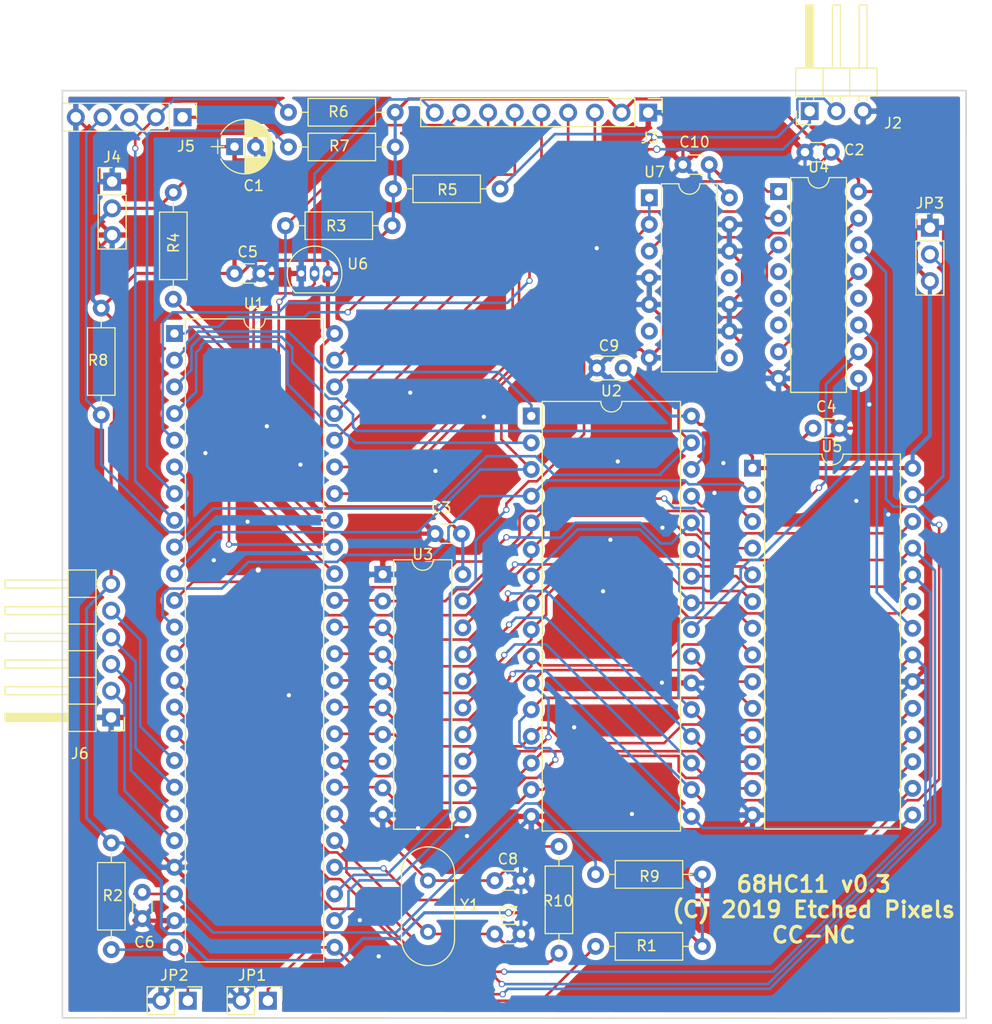
<source format=kicad_pcb>
(kicad_pcb (version 20211014) (generator pcbnew)
  (layers (0 "F.Cu" signal) (31 "B.Cu" signal) (34 "B.Paste" user) (35 "F.Paste" user) (36 "B.SilkS" user "B.Silkscreen") (37 "F.SilkS" user "F.Silkscreen") (38 "B.Mask" user) (39 "F.Mask" user) (44 "Edge.Cuts" user))
  (net 0 "")
  (net 1 "VCC")
  (net 2 "GND")
  (net 3 "VRH")
  (net 4 "EXTAL")
  (net 5 "XTAL")
  (net 6 "RESET")
  (net 7 "PA2")
  (net 8 "PA1")
  (net 9 "PA0")
  (net 10 "RW")
  (net 11 "IRQ")
  (net 12 "SCLK")
  (net 13 "MOSI")
  (net 14 "MISO")
  (net 15 "CS1")
  (net 16 "CS")
  (net 17 "TX")
  (net 18 "RX")
  (net 19 "MODA")
  (net 20 "MODB")
  (net 21 "XIRQ")
  (net 22 "A18")
  (net 23 "AS")
  (net 24 "A17")
  (net 25 "A16")
  (net 26 "AD0")
  (net 27 "AD1")
  (net 28 "A15")
  (net 29 "AD2")
  (net 30 "A14")
  (net 31 "AD3")
  (net 32 "A13")
  (net 33 "AD4")
  (net 34 "A12")
  (net 35 "AD5")
  (net 36 "A11")
  (net 37 "AD6")
  (net 38 "A10")
  (net 39 "AD7")
  (net 40 "A9")
  (net 41 "A8")
  (net 42 "A7")
  (net 43 "A6")
  (net 44 "A5")
  (net 45 "A4")
  (net 46 "A3")
  (net 47 "A2")
  (net 48 "A1")
  (net 49 "A0")
  (net 50 "Net-(JP3-Pad2)")
  (net 51 "ROMEN")
  (net 52 "RAMOE")
  (net 53 "RAMWR")
  (net 54 "ROMOE")
  (net 55 "Net-(U4-Pad13)")
  (net 56 "Net-(J6-Pad2)")
  (net 57 "Net-(J6-Pad3)")
  (net 58 "Net-(J6-Pad4)")
  (net 59 "Net-(J6-Pad5)")
  (net 60 "E")
  (net 61 "Net-(U4-Pad15)")
  (footprint "Capacitors_THT:CP_Radial_D5.0mm_P2.00mm" (layer "F.Cu") (at 60.325 40.64)
    (fp_text reference "C1")
    (fp_text value "10uF")
  )
  (footprint "Resistors_THT:R_Axial_DIN0207_L6.3mm_D2.5mm_P10.16mm_Horizontal" (layer "F.Cu") (at 104.85 116.75 180)
    (fp_text reference "R1")
    (fp_text value "10K")
  )
  (footprint "Resistors_THT:R_Axial_DIN0207_L6.3mm_D2.5mm_P10.16mm_Horizontal" (layer "F.Cu") (at 48.6 106.9 -90)
    (fp_text reference "R2")
    (fp_text value "10K")
  )
  (footprint "Resistors_THT:R_Axial_DIN0207_L6.3mm_D2.5mm_P10.16mm_Horizontal" (layer "F.Cu") (at 104.85 109.9 180)
    (fp_text reference "R9")
    (fp_text value "1K")
  )
  (footprint "Resistors_THT:R_Axial_DIN0207_L6.3mm_D2.5mm_P10.16mm_Horizontal" (layer "F.Cu") (at 91.2 117.4 90)
    (fp_text reference "R10")
    (fp_text value "10M")
  )
  (footprint "Housings_DIP:DIP-48_W15.24mm" (layer "F.Cu") (at 54.61 58.42)
    (fp_text reference "U1")
    (fp_text value "68HC11A8")
  )
  (footprint "Housings_DIP:DIP-32_W15.24mm" (layer "F.Cu") (at 88.5698 66.27876)
    (fp_text reference "U2")
    (fp_text value "AS6C4008")
  )
  (footprint "Housings_DIP:DIP-20_W7.62mm" (layer "F.Cu") (at 74.43216 81.34604)
    (fp_text reference "U3")
    (fp_text value "74HCT573")
  )
  (footprint "TO_SOT_Packages_THT:TO-92_Inline_Narrow_Oval" (layer "F.Cu") (at 66.675 52.705)
    (fp_text reference "U6")
    (fp_text value "DS1233")
  )
  (footprint "Crystals:Crystal_HC49-U_Vertical" (layer "F.Cu") (at 78.74 110.49 -90)
    (fp_text reference "Y1")
    (fp_text value "8MHz")
  )
  (footprint "Resistors_THT:R_Axial_DIN0207_L6.3mm_D2.5mm_P10.16mm_Horizontal" (layer "F.Cu") (at 75.33204 48.15812 180)
    (fp_text reference "R3")
    (fp_text value "10K")
  )
  (footprint "Resistors_THT:R_Axial_DIN0207_L6.3mm_D2.5mm_P10.16mm_Horizontal" (layer "F.Cu") (at 75.61652 40.6702 180)
    (fp_text reference "R7")
    (fp_text value "10K")
  )
  (footprint "Resistors_THT:R_Axial_DIN0207_L6.3mm_D2.5mm_P10.16mm_Horizontal" (layer "F.Cu") (at 75.61652 37.3682 180)
    (fp_text reference "R6")
    (fp_text value "10K")
  )
  (footprint "Connector_PinHeader_2.54mm:PinHeader_1x03_P2.54mm_Horizontal" (layer "F.Cu") (at 115.06708 37.25672 90)
    (fp_text reference "J2")
    (fp_text value "Conn_01x03")
  )
  (footprint "Connector_PinHeader_2.54mm:PinHeader_1x09_P2.54mm_Vertical" (layer "F.Cu") (at 99.7 37.4 -90)
    (fp_text reference "J3")
    (fp_text value "Conn_01x09")
  )
  (footprint "Connector_PinHeader_2.54mm:PinHeader_1x03_P2.54mm_Vertical" (layer "F.Cu") (at 48.67656 43.9674)
    (fp_text reference "J4")
    (fp_text value "Conn_01x03")
  )
  (footprint "Connector_PinHeader_2.54mm:PinHeader_1x02_P2.54mm_Vertical" (layer "F.Cu") (at 63.5 121.92 -90)
    (fp_text reference "JP1")
    (fp_text value "MODA")
  )
  (footprint "Connector_PinHeader_2.54mm:PinHeader_1x02_P2.54mm_Vertical" (layer "F.Cu") (at 55.88 121.92 -90)
    (fp_text reference "JP2")
    (fp_text value "MODB")
  )
  (footprint "Connector_PinHeader_2.54mm:PinHeader_1x03_P2.54mm_Vertical" (layer "F.Cu") (at 126.50724 48.35144)
    (fp_text reference "JP3")
    (fp_text value "Jumper_3_Open")
  )
  (footprint "Package_DIP:DIP-16_W7.62mm" (layer "F.Cu") (at 112.10036 44.91228)
    (fp_text reference "U4")
    (fp_text value "74HCT139")
  )
  (footprint "Package_DIP:DIP-28_W15.24mm" (layer "F.Cu") (at 109.62132 71.23176)
    (fp_text reference "U5")
    (fp_text value "27C256")
  )
  (footprint "Resistors_THT:R_Axial_DIN0207_L6.3mm_D2.5mm_P10.16mm_Horizontal" (layer "F.Cu") (at 47.64024 56.007 -90)
    (fp_text reference "R8")
    (fp_text value "10K")
  )
  (footprint "Connector_PinHeader_2.54mm:PinHeader_1x05_P2.54mm_Vertical" (layer "F.Cu") (at 55.38216 37.84092 -90)
    (fp_text reference "J5")
    (fp_text value "Conn_01x05")
  )
  (footprint "Connector_PinHeader_2.54mm:PinHeader_1x06_P2.54mm_Horizontal" (layer "F.Cu") (at 48.58004 94.96044 180)
    (fp_text reference "J6")
    (fp_text value "Conn_01x06")
  )
  (footprint "Capacitor_THT:C_Disc_D3.0mm_W1.6mm_P2.50mm" (layer "F.Cu") (at 117.1194 41.16324 180)
    (fp_text reference "C2")
    (fp_text value "0.1uF")
  )
  (footprint "Capacitor_THT:C_Disc_D3.0mm_W1.6mm_P2.50mm" (layer "F.Cu") (at 81.915 77.47 180)
    (fp_text reference "C3")
    (fp_text value "0.1uF")
  )
  (footprint "Capacitor_THT:C_Disc_D3.0mm_W1.6mm_P2.50mm" (layer "F.Cu") (at 60.325 52.705)
    (fp_text reference "C5")
    (fp_text value "0.1uF")
  )
  (footprint "Capacitor_THT:C_Disc_D3.0mm_W1.6mm_P2.50mm" (layer "F.Cu") (at 51.55 111.6 -90)
    (fp_text reference "C6")
    (fp_text value "0.1uF")
  )
  (footprint "Capacitor_THT:C_Disc_D3.0mm_W1.6mm_P2.50mm" (layer "F.Cu") (at 85.09 115.57)
    (fp_text reference "C7")
    (fp_text value "22pF")
  )
  (footprint "Capacitor_THT:C_Disc_D3.0mm_W1.6mm_P2.50mm" (layer "F.Cu") (at 85.09 110.49)
    (fp_text reference "C8")
    (fp_text value "22pF")
  )
  (footprint "Capacitor_THT:C_Disc_D3.0mm_W1.6mm_P2.50mm" (layer "F.Cu") (at 115.3922 67.43192)
    (fp_text reference "C4")
    (fp_text value "0.1uF")
  )
  (footprint "Capacitor_THT:C_Disc_D3.0mm_W2.0mm_P2.50mm" (layer "F.Cu") (at 97.31756 61.70676 180)
    (fp_text reference "C9")
    (fp_text value "0.1uF")
  )
  (footprint "Capacitor_THT:C_Disc_D3.0mm_W1.6mm_P2.50mm" (layer "F.Cu") (at 105.5 42.35 180)
    (fp_text reference "C10")
    (fp_text value "0.1uF")
  )
  (footprint "Resistors_THT:R_Axial_DIN0207_L6.3mm_D2.5mm_P10.16mm_Horizontal" (layer "F.Cu") (at 54.5 45 -90)
    (fp_text reference "R4")
    (fp_text value "10K")
  )
  (footprint "Resistors_THT:R_Axial_DIN0207_L6.3mm_D2.5mm_P10.16mm_Horizontal" (layer "F.Cu") (at 75.43872 44.65292)
    (fp_text reference "R5")
    (fp_text value "10K")
  )
  (footprint "Package_DIP:DIP-14_W7.62mm" (layer "F.Cu") (at 99.8 45.5)
    (fp_text reference "U7")
    (fp_text value "74HCT00")
  )
  (gr_line (start 129.95 123.6) (end 129.9464 35.29584) (layer "Edge.Cuts") (width 0.15))
  (gr_line (start 129.9464 35.29584) (end 43.942 35.306) (layer "Edge.Cuts") (width 0.15))
  (gr_line (start 43.942 35.306) (end 43.942 123.55) (layer "Edge.Cuts") (width 0.15))
  (gr_line (start 43.942 123.55) (end 129.95 123.6) (layer "Edge.Cuts") (width 0.15))
  (gr_text "68HC11 v0.3\n(C) 2019 Etched Pixels\nCC-NC" (at 115.45 113.25) (layer "F.SilkS") (effects (font (size 1.5 1.5) (thickness 0.3))))
  (segment (start 109.62132 70.13176) (end 109.62132 71.23176) (width 0.3) (layer "F.Cu") (net 1))
  (segment (start 111.400357 36.099999) (end 115.663599 40.363241) (width 0.3) (layer "F.Cu") (net 1))
  (segment (start 109.62132 71.23176) (end 111.59236 71.23176) (width 0.3) (layer "F.Cu") (net 1))
  (segment (start 116.319401 40.363241) (end 117.1194 41.16324) (width 0.3) (layer "F.Cu") (net 1))
  (segment (start 97.16 37.4) (end 98.460001 36.099999) (width 0.3) (layer "F.Cu") (net 1))
  (segment (start 60.325 41.74) (end 60.325 40.64) (width 0.3) (layer "F.Cu") (net 1))
  (segment (start 119.72036 44.91228) (end 120.85173 44.91228) (width 0.3) (layer "F.Cu") (net 1))
  (segment (start 119.72036 44.91228) (end 119.72036 43.7642) (width 0.3) (layer "F.Cu") (net 1))
  (segment (start 60.325 52.705) (end 50.94224 52.705) (width 0.3) (layer "F.Cu") (net 1))
  (segment (start 60.475001 41.890001) (end 60.325 41.74) (width 0.3) (layer "F.Cu") (net 1))
  (segment (start 63.575001 39.839379) (end 63.575001 41.309251) (width 0.3) (layer "F.Cu") (net 1))
  (segment (start 55.38216 37.84092) (end 61.576542 37.84092) (width 0.3) (layer "F.Cu") (net 1))
  (segment (start 69.215 52.705) (end 69.215 57.785) (width 0.4) (layer "F.Cu") (net 1))
  (segment (start 68.89501 53.02499) (end 69.215 52.705) (width 0.4) (layer "F.Cu") (net 1))
  (segment (start 69.215 57.785) (end 69.85 58.42) (width 0.4) (layer "F.Cu") (net 1))
  (segment (start 48.890241 66.767001) (end 48.890241 57.257001) (width 0.3) (layer "F.Cu") (net 1))
  (segment (start 81.915 81.20888) (end 82.05216 81.34604) (width 0.4) (layer "F.Cu") (net 1))
  (segment (start 54.5 45) (end 58.86 40.64) (width 0.3) (layer "F.Cu") (net 1))
  (segment (start 50.94224 52.705) (end 47.64024 56.007) (width 0.3) (layer "F.Cu") (net 1))
  (segment (start 48.890241 57.257001) (end 47.64024 56.007) (width 0.3) (layer "F.Cu") (net 1))
  (segment (start 70.78516 52.705) (end 75.33204 48.15812) (width 0.3) (layer "F.Cu") (net 1))
  (segment (start 103.8098 66.27876) (end 104.609799 67.078759) (width 0.3) (layer "F.Cu") (net 1))
  (segment (start 125.157239 52.081439) (end 126.50724 53.43144) (width 0.4) (layer "F.Cu") (net 1))
  (segment (start 115.663599 40.363241) (end 116.319401 40.363241) (width 0.3) (layer "F.Cu") (net 1))
  (segment (start 75.61652 44.47512) (end 75.43872 44.65292) (width 0.3) (layer "F.Cu") (net 1))
  (segment (start 52.9926 46.5074) (end 54.5 45) (width 0.3) (layer "F.Cu") (net 1))
  (segment (start 60.974998 52.705) (end 62.224999 51.454999) (width 0.3) (layer "F.Cu") (net 1))
  (segment (start 62.224999 51.454999) (end 69.014999 51.454999) (width 0.3) (layer "F.Cu") (net 1))
  (segment (start 109.62132 71.23176) (end 124.86132 71.23176) (width 0.4) (layer "F.Cu") (net 1))
  (segment (start 69.249999 74.910001) (end 79.355001 74.910001) (width 0.3) (layer "F.Cu") (net 1))
  (segment (start 98.460001 36.099999) (end 111.400357 36.099999) (width 0.3) (layer "F.Cu") (net 1))
  (segment (start 119.72036 43.7642) (end 117.1194 41.16324) (width 0.3) (layer "F.Cu") (net 1))
  (segment (start 120.85173 44.91228) (end 120.86401 44.9) (width 0.3) (layer "F.Cu") (net 1))
  (segment (start 69.014999 51.454999) (end 69.215 51.655) (width 0.3) (layer "F.Cu") (net 1))
  (segment (start 86.4 113.55) (end 101.65 113.55) (width 0.3) (layer "F.Cu") (net 1))
  (segment (start 68.89501 53.398507) (end 68.89501 53.02499) (width 0.4) (layer "F.Cu") (net 1))
  (segment (start 75.61652 37.3682) (end 76.884721 36.099999) (width 0.3) (layer "F.Cu") (net 1))
  (segment (start 48.58004 67.077202) (end 48.890241 66.767001) (width 0.3) (layer "F.Cu") (net 1))
  (segment (start 48.58004 82.26044) (end 48.58004 67.077202) (width 0.3) (layer "F.Cu") (net 1))
  (segment (start 69.85 58.42) (end 68.599999 59.670001) (width 0.3) (layer "F.Cu") (net 1))
  (segment (start 62.994251 41.890001) (end 60.475001 41.890001) (width 0.3) (layer "F.Cu") (net 1))
  (segment (start 101.65 113.55) (end 104.85 116.75) (width 0.3) (layer "F.Cu") (net 1))
  (segment (start 120.86401 44.9) (end 122.4 44.9) (width 0.3) (layer "F.Cu") (net 1))
  (segment (start 122.4 44.9) (end 125.157239 47.657239) (width 0.3) (layer "F.Cu") (net 1))
  (segment (start 106.568319 67.078759) (end 109.62132 70.13176) (width 0.3) (layer "F.Cu") (net 1))
  (segment (start 115.03264 43.25) (end 117.1194 41.16324) (width 0.3) (layer "F.Cu") (net 1))
  (segment (start 105.5 42.35) (end 106.4 43.25) (width 0.3) (layer "F.Cu") (net 1))
  (segment (start 79.355001 74.910001) (end 81.915 77.47) (width 0.3) (layer "F.Cu") (net 1))
  (segment (start 106.4 43.25) (end 115.03264 43.25) (width 0.3) (layer "F.Cu") (net 1))
  (segment (start 69.215 52.705) (end 70.78516 52.705) (width 0.3) (layer "F.Cu") (net 1))
  (segment (start 63.575001 41.309251) (end 62.994251 41.890001) (width 0.3) (layer "F.Cu") (net 1))
  (segment (start 76.884721 36.099999) (end 95.859999 36.099999) (width 0.3) (layer "F.Cu") (net 1))
  (segment (start 61.576542 37.84092) (end 63.575001 39.839379) (width 0.3) (layer "F.Cu") (net 1))
  (segment (start 75.43872 48.05144) (end 75.33204 48.15812) (width 0.3) (layer "F.Cu") (net 1))
  (segment (start 58.86 40.64) (end 60.325 40.64) (width 0.3) (layer "F.Cu") (net 1))
  (segment (start 60.325 41.84) (end 60.325 40.64) (width 0.4) (layer "F.Cu") (net 1))
  (segment (start 104.609799 67.078759) (end 106.568319 67.078759) (width 0.3) (layer "F.Cu") (net 1))
  (segment (start 68.599999 74.260001) (end 69.249999 74.910001) (width 0.3) (layer "F.Cu") (net 1))
  (segment (start 111.59236 71.23176) (end 115.3922 67.43192) (width 0.3) (layer "F.Cu") (net 1))
  (segment (start 125.157239 50.542761) (end 125.157239 52.081439) (width 0.4) (layer "F.Cu") (net 1))
  (segment (start 48.67656 46.5074) (end 52.9926 46.5074) (width 0.3) (layer "F.Cu") (net 1))
  (segment (start 60.325 52.705) (end 60.325 40.64) (width 0.4) (layer "F.Cu") (net 1))
  (segment (start 95.859999 36.099999) (end 97.16 37.4) (width 0.3) (layer "F.Cu") (net 1))
  (segment (start 125.157239 47.657239) (end 125.157239 50.542761) (width 0.3) (layer "F.Cu") (net 1))
  (segment (start 69.215 51.655) (end 69.215 52.705) (width 0.3) (layer "F.Cu") (net 1))
  (segment (start 60.325 52.705) (end 60.974998 52.705) (width 0.3) (layer "F.Cu") (net 1))
  (segment (start 68.599999 59.670001) (end 68.599999 74.260001) (width 0.3) (layer "F.Cu") (net 1))
  (via (at 86.4 113.55) (size 0.7) (drill 0.5) (layers "F.Cu" "B.Cu") (net 1))
  (segment (start 47.800001 106.100001) (end 48.6 106.9) (width 0.3) (layer "B.Cu") (net 1))
  (segment (start 75.43872 44.65292) (end 75.43872 48.05144) (width 0.3) (layer "B.Cu") (net 1))
  (segment (start 46.840241 55.207001) (end 46.840241 48.343719) (width 0.4) (layer "B.Cu") (net 1))
  (segment (start 48.58004 82.26044) (end 46.25 84.59048) (width 0.3) (layer "B.Cu") (net 1))
  (segment (start 48.6 106.9) (end 49.73137 106.9) (width 0.3) (layer "B.Cu") (net 1))
  (segment (start 75.61652 37.3682) (end 75.61652 44.47512) (width 0.3) (layer "B.Cu") (net 1))
  (segment (start 75.43872 48.05144) (end 75.33204 48.15812) (width 0.3) (layer "B.Cu") (net 1))
  (segment (start 124.86132 71.23176) (end 124.86132 69.7738) (width 0.4) (layer "B.Cu") (net 1))
  (segment (start 46.25 84.59048) (end 46.25 104.55) (width 0.3) (layer "B.Cu") (net 1))
  (segment (start 126.50724 68.12788) (end 126.50724 53.43144) (width 0.4) (layer "B.Cu") (net 1))
  (segment (start 75.948733 116.000011) (end 78.398744 113.55) (width 0.3) (layer "B.Cu") (net 1))
  (segment (start 72.539991 116.000011) (end 75.948733 116.000011) (width 0.3) (layer "B.Cu") (net 1))
  (segment (start 46.25 104.55) (end 47.800001 106.100001) (width 0.3) (layer "B.Cu") (net 1))
  (segment (start 70.450001 118.090001) (end 72.539991 116.000011) (width 0.3) (layer "B.Cu") (net 1))
  (segment (start 47.64024 56.007) (end 46.840241 55.207001) (width 0.4) (layer "B.Cu") (net 1))
  (segment (start 54.009999 115.550001) (end 55.210001 115.550001) (width 0.3) (layer "B.Cu") (net 1))
  (segment (start 53.359999 110.528629) (end 53.359999 114.900001) (width 0.3) (layer "B.Cu") (net 1))
  (segment (start 57.750001 118.090001) (end 70.450001 118.090001) (width 0.3) (layer "B.Cu") (net 1))
  (segment (start 124.86132 69.7738) (end 126.50724 68.12788) (width 0.4) (layer "B.Cu") (net 1))
  (segment (start 105.5 43.58) (end 107.42 45.5) (width 0.3) (layer "B.Cu") (net 1))
  (segment (start 104.85 109.9) (end 104.85 116.75) (width 0.3) (layer "B.Cu") (net 1))
  (segment (start 49.73137 106.9) (end 53.359999 110.528629) (width 0.3) (layer "B.Cu") (net 1))
  (segment (start 46.840241 48.343719) (end 48.67656 46.5074) (width 0.4) (layer "B.Cu") (net 1))
  (segment (start 75.61652 47.87364) (end 75.33204 48.15812) (width 0.3) (layer "B.Cu") (net 1))
  (segment (start 82.05216 81.34604) (end 82.05216 77.60716) (width 0.3) (layer "B.Cu") (net 1))
  (segment (start 105.5 42.35) (end 105.5 43.58) (width 0.3) (layer "B.Cu") (net 1))
  (segment (start 78.398744 113.55) (end 86.4 113.55) (width 0.3) (layer "B.Cu") (net 1))
  (segment (start 75.61652 44.47512) (end 75.43872 44.65292) (width 0.3) (layer "B.Cu") (net 1))
  (segment (start 101.88956 66.27876) (end 97.31756 61.70676) (width 0.3) (layer "B.Cu") (net 1))
  (segment (start 82.05216 77.60716) (end 81.915 77.47) (width 0.3) (layer "B.Cu") (net 1))
  (segment (start 103.71863 109.9) (end 104.85 109.9) (width 0.3) (layer "B.Cu") (net 1))
  (segment (start 101.88956 66.27876) (end 103.8098 66.27876) (width 0.3) (layer "B.Cu") (net 1))
  (segment (start 53.359999 114.900001) (end 54.009999 115.550001) (width 0.3) (layer "B.Cu") (net 1))
  (segment (start 55.210001 115.550001) (end 57.750001 118.090001) (width 0.3) (layer "B.Cu") (net 1))
  (segment (start 61.56863 76.33137) (end 61.56863 79.918109) (width 0.3) (layer "F.Cu") (net 2))
  (segment (start 77.793959 105.506041) (end 87.442519 105.506041) (width 0.4) (layer "F.Cu") (net 2))
  (segment (start 120.726781 65.173219) (end 119.545843 63.992281) (width 0.4) (layer "F.Cu") (net 2))
  (segment (start 53.309999 120.687918) (end 53.309999 115.600001) (width 0.4) (layer "F.Cu") (net 2))
  (segment (start 47.42656 43.9674) (end 48.67656 43.9674) (width 0.4) (layer "F.Cu") (net 2))
  (segment (start 107.42 58.2) (end 111.91228 62.69228) (width 0.3) (layer "F.Cu") (net 2))
  (segment (start 99.000001 59.940001) (end 96.584319 59.940001) (width 0.3) (layer "F.Cu") (net 2))
  (segment (start 120.14708 37.25672) (end 122.9614 37.25672) (width 0.4) (layer "F.Cu") (net 2))
  (segment (start 62.825 52.705) (end 66.675 52.705) (width 0.3) (layer "F.Cu") (net 2))
  (segment (start 127.75724 48.35144) (end 127.857241 48.451441) (width 0.4) (layer "F.Cu") (net 2))
  (segment (start 45.74032 100.35032) (end 45.74032 51.98364) (width 0.3) (layer "F.Cu") (net 2))
  (segment (start 48.67656 49.0474) (end 47.326559 47.697399) (width 0.4) (layer "F.Cu") (net 2))
  (segment (start 62.825 52.705) (end 61.56863 53.96137) (width 0.3) (layer "F.Cu") (net 2))
  (segment (start 126.161321 70.607759) (end 123.196961 67.643399) (width 0.4) (layer "F.Cu") (net 2))
  (segment (start 99.8 60.74) (end 99.000001 59.940001) (width 0.3) (layer "F.Cu") (net 2))
  (segment (start 123.196961 67.643399) (end 122.866761 67.313199) (width 0.4) (layer "F.Cu") (net 2))
  (segment (start 55.74137 114.3) (end 55.910001 114.131369) (width 0.4) (layer "F.Cu") (net 2))
  (segment (start 122.9614 37.25672) (end 126.50724 40.80256) (width 0.4) (layer "F.Cu") (net 2))
  (segment (start 49.92656 43.9674) (end 54.553961 39.339999) (width 0.4) (layer "F.Cu") (net 2))
  (segment (start 50.84 114.3) (end 50.8 114.26) (width 0.4) (layer "F.Cu") (net 2))
  (segment (start 127.857241 48.451441) (end 127.857241 62.983119) (width 0.4) (layer "F.Cu") (net 2))
  (segment (start 74.43216 104.20604) (end 75.732161 105.506041) (width 0.4) (layer "F.Cu") (net 2))
  (segment (start 100.85 37.4) (end 103 39.55) (width 0.3) (layer "F.Cu") (net 2))
  (segment (start 96.584319 59.940001) (end 94.81756 61.70676) (width 0.3) (layer "F.Cu") (net 2))
  (segment (start 126.50724 48.35144) (end 127.75724 48.35144) (width 0.4) (layer "F.Cu") (net 2))
  (segment (start 99.8 55.66) (end 107.42 55.66) (width 0.3) (layer "F.Cu") (net 2))
  (segment (start 99.7 37.4) (end 110.85616 37.4) (width 0.3) (layer "F.Cu") (net 2))
  (segment (start 126.50724 40.80256) (end 126.50724 48.35144) (width 0.4) (layer "F.Cu") (net 2))
  (segment (start 62.325 39.50863) (end 62.325 40.64) (width 0.4) (layer "F.Cu") (net 2))
  (segment (start 127.857241 62.983119) (end 123.196961 67.643399) (width 0.4) (layer "F.Cu") (net 2))
  (segment (start 47.326559 47.697399) (end 47.326559 44.067401) (width 0.4) (layer "F.Cu") (net 2))
  (segment (start 108.670001 51.830001) (end 107.42 50.58) (width 0.3) (layer "F.Cu") (net 2))
  (segment (start 53.34 121.92) (end 53.34 120.717919) (width 0.4) (layer "F.Cu") (net 2))
  (segment (start 53.34 120.717919) (end 53.309999 120.687918) (width 0.4) (layer "F.Cu") (net 2))
  (segment (start 55.910001 110.520001) (end 54.61 109.22) (width 0.4) (layer "F.Cu") (net 2))
  (segment (start 75.732161 105.506041) (end 77.793959 105.506041) (width 0.4) (layer "F.Cu") (net 2))
  (segment (start 126.161321 90.251759) (end 126.161321 70.607759) (width 0.4) (layer "F.Cu") (net 2))
  (segment (start 113.400361 63.992281) (end 112.10036 62.69228) (width 0.4) (layer "F.Cu") (net 2))
  (segment (start 47.42656 40.04532) (end 45.22216 37.84092) (width 0.3) (layer "F.Cu") (net 2))
  (segment (start 108.670001 54.409999) (end 108.670001 51.830001) (width 0.3) (layer "F.Cu") (net 2))
  (segment (start 101.050001 56.910001) (end 101.050001 59.489999) (width 0.3) (layer "F.Cu") (net 2))
  (segment (start 48.58004 94.96044) (end 48.58004 103.19004) (width 0.3) (layer "F.Cu") (net 2))
  (segment (start 117.8922 67.43192) (end 122.74804 67.43192) (width 0.3) (layer "F.Cu") (net 2))
  (segment (start 89.869801 105.678761) (end 108.194319 105.678761) (width 0.4) (layer "F.Cu") (net 2))
  (segment (start 62.156369 39.339999) (end 62.325 39.50863) (width 0.4) (layer "F.Cu") (net 2))
  (segment (start 122.866761 67.313199) (end 120.726781 65.173219) (width 0.4) (layer "F.Cu") (net 2))
  (segment (start 77.1082 77.47) (end 79.415 77.47) (width 0.4) (layer "F.Cu") (net 2))
  (segment (start 47.326559 44.067401) (end 47.42656 43.9674) (width 0.4) (layer "F.Cu") (net 2))
  (segment (start 99.8 55.66) (end 101.050001 56.910001) (width 0.3) (layer "F.Cu") (net 2))
  (segment (start 101.050001 59.489999) (end 99.8 60.74) (width 0.3) (layer "F.Cu") (net 2))
  (segment (start 122.74804 67.43192) (end 122.866761 67.313199) (width 0.3) (layer "F.Cu") (net 2))
  (segment (start 74.43216 81.34604) (end 74.43216 80.14604) (width 0.4) (layer "F.Cu") (net 2))
  (segment (start 103 39.55) (end 103 42.35) (width 0.3) (layer "F.Cu") (net 2))
  (segment (start 53.309999 115.600001) (end 54.61 114.3) (width 0.4) (layer "F.Cu") (net 2))
  (segment (start 99.7 37.4) (end 100.85 37.4) (width 0.3) (layer "F.Cu") (net 2))
  (segment (start 87.442519 105.506041) (end 88.5698 104.37876) (width 0.4) (layer "F.Cu") (net 2))
  (segment (start 108.194319 105.678761) (end 109.62132 104.25176) (width 0.4) (layer "F.Cu") (net 2))
  (segment (start 47.42656 43.9674) (end 47.42656 40.04532) (width 0.3) (layer "F.Cu") (net 2))
  (segment (start 111.91228 62.69228) (end 112.10036 62.69228) (width 0.3) (layer "F.Cu") (net 2))
  (segment (start 119.545843 63.992281) (end 113.400361 63.992281) (width 0.4) (layer "F.Cu") (net 2))
  (segment (start 48.67656 43.9674) (end 49.92656 43.9674) (width 0.4) (layer "F.Cu") (net 2))
  (segment (start 88.5698 104.37876) (end 89.869801 105.678761) (width 0.4) (layer "F.Cu") (net 2))
  (segment (start 54.553961 39.339999) (end 62.156369 39.339999) (width 0.4) (layer "F.Cu") (net 2))
  (segment (start 54.61 109.22) (end 45.74032 100.35032) (width 0.3) (layer "F.Cu") (net 2))
  (segment (start 61.56863 79.918109) (end 62.58052 80.929999) (width 0.3) (layer "F.Cu") (net 2))
  (segment (start 124.86132 91.55176) (end 126.161321 90.251759) (width 0.4) (layer "F.Cu") (net 2))
  (segment (start 99.8 53.12) (end 99.8 55.66) (width 0.3) (layer "F.Cu") (net 2))
  (segment (start 48.58004 103.19004) (end 54.61 109.22) (width 0.3) (layer "F.Cu") (net 2))
  (segment (start 74.43216 80.14604) (end 77.1082 77.47) (width 0.4) (layer "F.Cu") (net 2))
  (segment (start 62.825 41.14) (end 62.325 40.64) (width 0.4) (layer "F.Cu") (net 2))
  (segment (start 110.85616 37.4) (end 114.6194 41.16324) (width 0.3) (layer "F.Cu") (net 2))
  (segment (start 55.910001 114.131369) (end 55.910001 110.520001) (width 0.4) (layer "F.Cu") (net 2))
  (segment (start 54.61 114.3) (end 55.74137 114.3) (width 0.4) (layer "F.Cu") (net 2))
  (segment (start 61.56863 53.96137) (end 61.56863 76.33137) (width 0.3) (layer "F.Cu") (net 2))
  (segment (start 45.74032 51.98364) (end 48.67656 49.0474) (width 0.3) (layer "F.Cu") (net 2))
  (segment (start 54.61 114.3) (end 50.84 114.3) (width 0.4) (layer "F.Cu") (net 2))
  (segment (start 107.42 55.66) (end 108.670001 54.409999) (width 0.3) (layer "F.Cu") (net 2))
  (via (at 77.05 64.05) (size 0.6) (drill 0.4) (layers "F.Cu" "B.Cu") (net 2))
  (via (at 98.15 104.15) (size 0.6) (drill 0.4) (layers "F.Cu" "B.Cu") (net 2))
  (via (at 72.25 114.25) (size 0.6) (drill 0.4) (layers "F.Cu" "B.Cu") (net 2))
  (via (at 79.45 71.5) (size 0.6) (drill 0.4) (layers "F.Cu" "B.Cu") (net 2))
  (via (at 84.05 66.35) (size 0.6) (drill 0.4) (layers "F.Cu" "B.Cu") (net 2))
  (via (at 106.85 70.75) (size 0.6) (drill 0.4) (layers "F.Cu" "B.Cu") (net 2))
  (via (at 92.65 95.9) (size 0.6) (drill 0.4) (layers "F.Cu" "B.Cu") (net 2))
  (via (at 94.8 50.3) (size 0.6) (drill 0.4) (layers "F.Cu" "B.Cu") (net 2))
  (via (at 101.05 76.9) (size 0.6) (drill 0.4) (layers "F.Cu" "B.Cu") (net 2))
  (via (at 77.793959 105.506041) (size 0.6) (drill 0.4) (layers "F.Cu" "B.Cu") (net 2))
  (via (at 62.58052 80.929999) (size 0.7) (drill 0.5) (layers "F.Cu" "B.Cu") (net 2))
  (via (at 57.55 69.8) (size 0.6) (drill 0.4) (layers "F.Cu" "B.Cu") (net 2))
  (via (at 65.5 92.85) (size 0.6) (drill 0.4) (layers "F.Cu" "B.Cu") (net 2))
  (via (at 101 91.65) (size 0.6) (drill 0.4) (layers "F.Cu" "B.Cu") (net 2))
  (via (at 96.1 78.05) (size 0.6) (drill 0.4) (layers "F.Cu" "B.Cu") (net 2))
  (via (at 82.45 106.25) (size 0.6) (drill 0.4) (layers "F.Cu" "B.Cu") (net 2))
  (via (at 119.5 74.35) (size 0.6) (drill 0.4) (layers "F.Cu" "B.Cu") (net 2))
  (via (at 95.4 82.95) (size 0.6) (drill 0.4) (layers "F.Cu" "B.Cu") (net 2))
  (via (at 58.35 80) (size 0.6) (drill 0.4) (layers "F.Cu" "B.Cu") (net 2))
  (via (at 66.6 70.9) (size 0.6) (drill 0.4) (layers "F.Cu" "B.Cu") (net 2))
  (via (at 122.55 75.65) (size 0.6) (drill 0.4) (layers "F.Cu" "B.Cu") (net 2))
  (via (at 74.05 117.7) (size 0.6) (drill 0.4) (layers "F.Cu" "B.Cu") (net 2))
  (via (at 96.8 70.6) (size 0.6) (drill 0.4) (layers "F.Cu" "B.Cu") (net 2))
  (via (at 63.4 67.25) (size 0.6) (drill 0.4) (layers "F.Cu" "B.Cu") (net 2))
  (via (at 106 73.6) (size 0.6) (drill 0.4) (layers "F.Cu" "B.Cu") (net 2))
  (via (at 120.726781 65.173219) (size 0.6) (drill 0.4) (layers "F.Cu" "B.Cu") (net 2))
  (via (at 61.56863 76.33137) (size 0.6) (drill 0.4) (layers "F.Cu" "B.Cu") (net 2))
  (segment (start 109.62132 104.25176) (end 112.250009 104.25176) (width 0.3) (layer "B.Cu") (net 2))
  (segment (start 109.62132 104.25176) (end 120.84824 104.25176) (width 0.3) (layer "B.Cu") (net 2))
  (segment (start 87.59 110.49) (end 87.59 115.57) (width 0.3) (layer "B.Cu") (net 2))
  (segment (start 123.611319 101.488681) (end 123.611319 92.801761) (width 0.3) (layer "B.Cu") (net 2))
  (segment (start 54.690001 120.569999) (end 53.34 121.92) (width 0.4) (layer "B.Cu") (net 2))
  (segment (start 87.59 115.57) (end 85.069999 118.090001) (width 0.3) (layer "B.Cu") (net 2))
  (segment (start 62.325 40.64) (end 62.325 52.205) (width 0.3) (layer "B.Cu") (net 2))
  (segment (start 87.59 105.35856) (end 88.5698 104.37876) (width 0.4) (layer "B.Cu") (net 2))
  (segment (start 107.42 48.04) (end 107.42 50.58) (width 0.3) (layer "B.Cu") (net 2))
  (segment (start 85.069999 118.090001) (end 85.069999 118.160711) (width 0.3) (layer "B.Cu") (net 2))
  (segment (start 62.58052 80.929999) (end 64.22052 82.569999) (width 0.3) (layer "B.Cu") (net 2))
  (segment (start 123.611319 92.801761) (end 124.86132 91.55176) (width 0.3) (layer "B.Cu") (net 2))
  (segment (start 59.609999 120.569999) (end 54.690001 120.569999) (width 0.4) (layer "B.Cu") (net 2))
  (segment (start 60.96 121.92) (end 59.609999 120.569999) (width 0.4) (layer "B.Cu") (net 2))
  (segment (start 72.108201 82.569999) (end 73.33216 81.34604) (width 0.3) (layer "B.Cu") (net 2))
  (segment (start 114.6194 41.16324) (end 114.6194 60.17324) (width 0.3) (layer "B.Cu") (net 2))
  (segment (start 63.14 119.74) (end 61.809999 121.070001) (width 0.3) (layer "B.Cu") (net 2))
  (segment (start 73.33216 81.34604) (end 74.43216 81.34604) (width 0.3) (layer "B.Cu") (net 2))
  (segment (start 62.325 52.205) (end 62.825 52.705) (width 0.3) (layer "B.Cu") (net 2))
  (segment (start 114.6194 60.17324) (end 112.4204 62.37224) (width 0.3) (layer "B.Cu") (net 2))
  (segment (start 64.22052 82.569999) (end 72.108201 82.569999) (width 0.3) (layer "B.Cu") (net 2))
  (segment (start 87.59 110.49) (end 87.59 105.35856) (width 0.4) (layer "B.Cu") (net 2))
  (segment (start 62.58052 80.929999) (end 61.595 81.915519) (width 0.3) (layer "B.Cu") (net 2))
  (segment (start 108.321319 96.190279) (end 108.321319 102.951759) (width 0.4) (layer "B.Cu") (net 2))
  (segment (start 103.8098 91.67876) (end 108.321319 96.190279) (width 0.4) (layer "B.Cu") (net 2))
  (segment (start 112.4204 62.37224) (end 112.10036 62.69228) (width 0.3) (layer "B.Cu") (net 2))
  (segment (start 85.069999 118.160711) (end 83.49071 119.74) (width 0.3) (layer "B.Cu") (net 2))
  (segment (start 61.595 102.235) (end 54.61 109.22) (width 0.3) (layer "B.Cu") (net 2))
  (segment (start 120.84824 104.25176) (end 123.611319 101.488681) (width 0.3) (layer "B.Cu") (net 2))
  (segment (start 83.49071 119.74) (end 63.14 119.74) (width 0.3) (layer "B.Cu") (net 2))
  (segment (start 61.809999 121.070001) (end 60.96 121.92) (width 0.3) (layer "B.Cu") (net 2))
  (segment (start 108.321319 102.951759) (end 109.62132 104.25176) (width 0.4) (layer "B.Cu") (net 2))
  (segment (start 61.595 81.915519) (end 61.595 102.235) (width 0.3) (layer "B.Cu") (net 2))
  (segment (start 107.42 55.66) (end 107.42 58.2) (width 0.3) (layer "B.Cu") (net 2))
  (segment (start 54.61 111.76) (end 50.8 111.76) (width 0.25) (layer "F.Cu") (net 3))
  (segment (start 94.69 109.9) (end 94.69 108.685958) (width 0.25) (layer "B.Cu") (net 3))
  (segment (start 87.981799 103.153759) (end 75.710557 115.425001) (width 0.25) (layer "B.Cu") (net 3))
  (segment (start 94.69 108.685958) (end 89.157801 103.153759) (width 0.25) (layer "B.Cu") (net 3))
  (segment (start 58.275001 115.425001) (end 55.409999 112.559999) (width 0.25) (layer "B.Cu") (net 3))
  (segment (start 55.409999 112.559999) (end 54.61 111.76) (width 0.25) (layer "B.Cu") (net 3))
  (segment (start 75.710557 115.425001) (end 58.275001 115.425001) (width 0.25) (layer "B.Cu") (net 3))
  (segment (start 89.157801 103.153759) (end 87.981799 103.153759) (width 0.25) (layer "B.Cu") (net 3))
  (segment (start 87.72 118.2) (end 90.400001 118.199999) (width 0.25) (layer "F.Cu") (net 4))
  (segment (start 78.54 115.37) (end 78.74 115.37) (width 0.25) (layer "F.Cu") (net 4))
  (segment (start 85.09 115.57) (end 87.72 118.2) (width 0.25) (layer "F.Cu") (net 4))
  (segment (start 90.400001 118.199999) (end 91.2 117.4) (width 0.25) (layer "F.Cu") (net 4))
  (segment (start 69.85 106.68) (end 78.54 115.37) (width 0.25) (layer "F.Cu") (net 4))
  (segment (start 78.94 115.57) (end 78.74 115.37) (width 0.25) (layer "F.Cu") (net 4))
  (segment (start 85.09 115.57) (end 78.94 115.57) (width 0.25) (layer "F.Cu") (net 4))
  (segment (start 73.39076 107.68076) (end 75.93076 107.68076) (width 0.25) (layer "F.Cu") (net 5))
  (segment (start 75.93076 107.68076) (end 78.74 110.49) (width 0.25) (layer "F.Cu") (net 5))
  (segment (start 69.85 104.14) (end 73.39076 107.68076) (width 0.25) (layer "F.Cu") (net 5))
  (segment (start 85.09 110.49) (end 78.74 110.49) (width 0.25) (layer "F.Cu") (net 5))
  (segment (start 88.34 107.24) (end 91.2 107.24) (width 0.25) (layer "F.Cu") (net 5))
  (segment (start 85.09 110.49) (end 88.34 107.24) (width 0.25) (layer "F.Cu") (net 5))
  (segment (start 62.14364 73.57364) (end 62.14364 56.32196) (width 0.25) (layer "F.Cu") (net 6))
  (segment (start 69.85 81.28) (end 62.14364 73.57364) (width 0.25) (layer "F.Cu") (net 6))
  (segment (start 67.05016 54.59984) (end 67.945 53.705) (width 0.25) (layer "F.Cu") (net 6))
  (segment (start 62.14364 56.32196) (end 63.86576 54.59984) (width 0.25) (layer "F.Cu") (net 6))
  (segment (start 63.86576 54.59984) (end 67.05016 54.59984) (width 0.25) (layer "F.Cu") (net 6))
  (segment (start 67.945 53.705) (end 67.945 52.705) (width 0.25) (layer "F.Cu") (net 6))
  (segment (start 78.123199 36.143199) (end 79.38 37.4) (width 0.25) (layer "B.Cu") (net 6))
  (segment (start 67.945 43.226718) (end 75.028519 36.143199) (width 0.25) (layer "B.Cu") (net 6))
  (segment (start 67.945 52.705) (end 67.945 43.226718) (width 0.25) (layer "B.Cu") (net 6))
  (segment (start 75.028519 36.143199) (end 78.123199 36.143199) (width 0.25) (layer "B.Cu") (net 6))
  (segment (start 46.215231 39.387849) (end 47.76216 37.84092) (width 0.25) (layer "B.Cu") (net 7))
  (segment (start 47.64024 70.895242) (end 47.64024 66.167) (width 0.25) (layer "B.Cu") (net 7))
  (segment (start 47.64024 66.167) (end 46.215231 64.741991) (width 0.25) (layer "B.Cu") (net 7))
  (segment (start 55.150001 77.325001) (end 54.069999 77.325001) (width 0.25) (layer "B.Cu") (net 7))
  (segment (start 55.735001 72.245001) (end 55.735001 76.740001) (width 0.25) (layer "B.Cu") (net 7))
  (segment (start 55.735001 76.740001) (end 55.150001 77.325001) (width 0.25) (layer "B.Cu") (net 7))
  (segment (start 54.61 71.12) (end 55.735001 72.245001) (width 0.25) (layer "B.Cu") (net 7))
  (segment (start 54.069999 77.325001) (end 47.64024 70.895242) (width 0.25) (layer "B.Cu") (net 7))
  (segment (start 46.215231 64.741991) (end 46.215231 39.387849) (width 0.25) (layer "B.Cu") (net 7))
  (segment (start 51.992161 71.042161) (end 54.61 73.66) (width 0.25) (layer "B.Cu") (net 8))
  (segment (start 52.407161 39.115921) (end 63.902241 39.115921) (width 0.25) (layer "B.Cu") (net 8))
  (segment (start 51.992161 39.530921) (end 52.407161 39.115921) (width 0.25) (layer "B.Cu") (net 8))
  (segment (start 63.902241 39.115921) (end 65.45652 40.6702) (width 0.25) (layer "B.Cu") (net 8))
  (segment (start 51.992161 39.530921) (end 50.30216 37.84092) (width 0.25) (layer "B.Cu") (net 8))
  (segment (start 51.992161 71.042161) (end 51.992161 39.530921) (width 0.25) (layer "B.Cu") (net 8))
  (segment (start 50.8762 40.80764) (end 50.8762 39.80688) (width 0.25) (layer "F.Cu") (net 9))
  (segment (start 65.2838 37.54092) (end 65.45652 37.3682) (width 0.25) (layer "F.Cu") (net 9))
  (segment (start 50.8762 39.80688) (end 52.84216 37.84092) (width 0.25) (layer "F.Cu") (net 9))
  (via (at 50.8762 40.80764) (size 0.6) (drill 0.4) (layers "F.Cu" "B.Cu") (net 9))
  (segment (start 52.84216 37.84092) (end 54.58308 36.1) (width 0.25) (layer "B.Cu") (net 9))
  (segment (start 54.61 76.2) (end 50.8762 72.4662) (width 0.25) (layer "B.Cu") (net 9))
  (segment (start 54.61 76.2) (end 51.542151 73.132151) (width 0.25) (layer "B.Cu") (net 9))
  (segment (start 54.58308 36.1) (end 64.18832 36.1) (width 0.25) (layer "B.Cu") (net 9))
  (segment (start 50.8762 72.4662) (end 50.8762 40.80764) (width 0.25) (layer "B.Cu") (net 9))
  (segment (start 64.18832 36.1) (end 65.45652 37.3682) (width 0.25) (layer "B.Cu") (net 9))
  (segment (start 114.87545 112.33404) (end 124.372729 102.836761) (width 0.25) (layer "F.Cu") (net 10))
  (segment (start 127.38608 100.852002) (end 127.38608 76.62672) (width 0.25) (layer "F.Cu") (net 10))
  (segment (start 124.372729 102.836761) (end 125.401321 102.836761) (width 0.25) (layer "F.Cu") (net 10))
  (segment (start 77.51572 112.33404) (end 74.50328 109.3216) (width 0.25) (layer "F.Cu") (net 10))
  (segment (start 77.51572 112.33404) (end 114.87545 112.33404) (width 0.25) (layer "F.Cu") (net 10))
  (segment (start 125.401321 102.836761) (end 127.38608 100.852002) (width 0.25) (layer "F.Cu") (net 10))
  (via (at 74.50328 109.3216) (size 0.6) (drill 0.4) (layers "F.Cu" "B.Cu") (net 10))
  (via (at 127.38608 76.62672) (size 0.6) (drill 0.4) (layers "F.Cu" "B.Cu") (net 10))
  (segment (start 126.841282 76.62672) (end 125.111323 74.896761) (width 0.25) (layer "B.Cu") (net 10))
  (segment (start 123.045861 74.896761) (end 122.32429 74.17519) (width 0.25) (layer "B.Cu") (net 10))
  (segment (start 74.50328 109.3216) (end 69.9516 109.3216) (width 0.25) (layer "B.Cu") (net 10))
  (segment (start 127.38608 76.62672) (end 126.841282 76.62672) (width 0.25) (layer "B.Cu") (net 10))
  (segment (start 125.111323 74.896761) (end 123.045861 74.896761) (width 0.25) (layer "B.Cu") (net 10))
  (segment (start 122.32429 74.17519) (end 122.32429 52.59621) (width 0.25) (layer "B.Cu") (net 10))
  (segment (start 122.32429 52.59621) (end 119.72036 49.99228) (width 0.25) (layer "B.Cu") (net 10))
  (segment (start 69.9516 109.3216) (end 69.85 109.22) (width 0.25) (layer "B.Cu") (net 10))
  (segment (start 74.736959 38.593201) (end 80.726799 38.593201) (width 0.25) (layer "F.Cu") (net 11))
  (segment (start 64.53124 72.78483) (end 67.94641 76.2) (width 0.25) (layer "F.Cu") (net 11))
  (segment (start 80.726799 38.593201) (end 81.92 37.4) (width 0.25) (layer "F.Cu") (net 11))
  (segment (start 64.53124 55.46876) (end 64.6 55.4) (width 0.25) (layer "F.Cu") (net 11))
  (segment (start 64.53124 71.13124) (end 64.53124 72.78483) (width 0.25) (layer "F.Cu") (net 11))
  (segment (start 64.53124 70.88124) (end 64.53124 71.13124) (width 0.25) (layer "F.Cu") (net 11))
  (segment (start 67.94641 76.2) (end 69.85 76.2) (width 0.25) (layer "F.Cu") (net 11))
  (segment (start 65.17204 48.15812) (end 74.736959 38.593201) (width 0.25) (layer "F.Cu") (net 11))
  (segment (start 64.53124 71.13124) (end 64.53124 55.46876) (width 0.25) (layer "F.Cu") (net 11))
  (via (at 64.6 55.4) (size 0.6) (drill 0.4) (layers "F.Cu" "B.Cu") (net 11))
  (segment (start 65.17204 54.82796) (end 65.17204 48.15812) (width 0.25) (layer "B.Cu") (net 11))
  (segment (start 64.6 55.4) (end 65.17204 54.82796) (width 0.25) (layer "B.Cu") (net 11))
  (segment (start 69.85 63.5) (end 89.54 43.81) (width 0.25) (layer "F.Cu") (net 12))
  (segment (start 89.54 43.81) (end 89.54 37.4) (width 0.25) (layer "F.Cu") (net 12))
  (segment (start 69.85 66.04) (end 92.08 43.81) (width 0.25) (layer "F.Cu") (net 13))
  (segment (start 92.08 43.81) (end 92.08 37.4) (width 0.25) (layer "F.Cu") (net 13))
  (segment (start 94.62 41.90641) (end 94.62 37.4) (width 0.25) (layer "F.Cu") (net 14))
  (segment (start 85.315 53.115) (end 85.315 51.21141) (width 0.25) (layer "F.Cu") (net 14))
  (segment (start 69.85 68.58) (end 85.315 53.115) (width 0.25) (layer "F.Cu") (net 14))
  (segment (start 85.315 51.21141) (end 94.62 41.90641) (width 0.25) (layer "F.Cu") (net 14))
  (segment (start 84.46 43.04) (end 71.1 56.4) (width 0.25) (layer "F.Cu") (net 15))
  (segment (start 84.46 37.4) (end 84.46 43.04) (width 0.25) (layer "F.Cu") (net 15))
  (via (at 71.1 56.4) (size 0.6) (drill 0.4) (layers "F.Cu" "B.Cu") (net 15))
  (segment (start 67.461408 56.4) (end 67 56.861408) (width 0.25) (layer "B.Cu") (net 15))
  (segment (start 56.29289 57.78711) (end 55.66 58.42) (width 0.25) (layer "B.Cu") (net 15))
  (segment (start 59.738592 56.861408) (end 58.81289 57.78711) (width 0.25) (layer "B.Cu") (net 15))
  (segment (start 55.66 58.42) (end 54.61 58.42) (width 0.25) (layer "B.Cu") (net 15))
  (segment (start 67 56.861408) (end 59.738592 56.861408) (width 0.25) (layer "B.Cu") (net 15))
  (segment (start 58.81289 57.78711) (end 56.29289 57.78711) (width 0.25) (layer "B.Cu") (net 15))
  (segment (start 71.1 56.4) (end 67.461408 56.4) (width 0.25) (layer "B.Cu") (net 15))
  (segment (start 87 43.3) (end 85.286638 43.3) (width 0.25) (layer "F.Cu") (net 16))
  (segment (start 69.85 60.96) (end 83.055 47.755) (width 0.25) (layer "F.Cu") (net 16))
  (segment (start 83.055 45.531638) (end 83.055 47.755) (width 0.25) (layer "F.Cu") (net 16))
  (segment (start 85.286638 43.3) (end 83.055 45.531638) (width 0.25) (layer "F.Cu") (net 16))
  (segment (start 87 43.3) (end 87 37.4) (width 0.25) (layer "F.Cu") (net 16))
  (segment (start 76.42 71.12) (end 84.04 63.5) (width 0.25) (layer "F.Cu") (net 17))
  (segment (start 86.8 60.8) (end 86.8 50.36282) (width 0.25) (layer "F.Cu") (net 17))
  (segment (start 95.5 41.66282) (end 98.347768 41.66282) (width 0.25) (layer "F.Cu") (net 17))
  (segment (start 69.85 71.12) (end 76.42 71.12) (width 0.25) (layer "F.Cu") (net 17))
  (segment (start 84.1 63.5) (end 86.8 60.8) (width 0.25) (layer "F.Cu") (net 17))
  (segment (start 98.347768 41.66282) (end 100.265389 39.745199) (width 0.25) (layer "F.Cu") (net 17))
  (segment (start 84.04 63.5) (end 84.1 63.5) (width 0.25) (layer "F.Cu") (net 17))
  (segment (start 86.8 50.36282) (end 95.5 41.66282) (width 0.25) (layer "F.Cu") (net 17))
  (via (at 100.265389 39.745199) (size 0.6) (drill 0.4) (layers "F.Cu" "B.Cu") (net 17))
  (segment (start 113.957079 36.081719) (end 116.432079 36.081719) (width 0.25) (layer "B.Cu") (net 17))
  (segment (start 113.892079 36.146719) (end 113.957079 36.081719) (width 0.25) (layer "B.Cu") (net 17))
  (segment (start 100.265389 39.745199) (end 99.96539 39.4452) (width 0.25) (layer "B.Cu") (net 17))
  (segment (start 113.892079 37.847521) (end 113.892079 36.146719) (width 0.25) (layer "B.Cu") (net 17))
  (segment (start 100.265389 39.745199) (end 111.994401 39.745199) (width 0.25) (layer "B.Cu") (net 17))
  (segment (start 90.80644 39.4452) (end 85.59872 44.65292) (width 0.25) (layer "B.Cu") (net 17))
  (segment (start 111.994401 39.745199) (end 113.892079 37.847521) (width 0.25) (layer "B.Cu") (net 17))
  (segment (start 99.96539 39.4452) (end 90.80644 39.4452) (width 0.25) (layer "B.Cu") (net 17))
  (segment (start 116.432079 36.081719) (end 117.60708 37.25672) (width 0.25) (layer "B.Cu") (net 17))
  (segment (start 95.6864 42.11283) (end 98.534168 42.11283) (width 0.25) (layer "F.Cu") (net 18))
  (segment (start 98.534168 42.11283) (end 99.758078 40.88892) (width 0.25) (layer "F.Cu") (net 18))
  (segment (start 74.754998 73.66) (end 87.407499 61.007499) (width 0.25) (layer "F.Cu") (net 18))
  (segment (start 87.407499 50.391731) (end 95.6864 42.11283) (width 0.25) (layer "F.Cu") (net 18))
  (segment (start 99.758078 40.88892) (end 100.51108 40.88892) (width 0.25) (layer "F.Cu") (net 18))
  (segment (start 87.407499 61.007499) (end 87.407499 50.391731) (width 0.25) (layer "F.Cu") (net 18))
  (segment (start 69.85 73.66) (end 74.754998 73.66) (width 0.25) (layer "F.Cu") (net 18))
  (via (at 100.51108 40.88892) (size 0.7) (drill 0.5) (layers "F.Cu" "B.Cu") (net 18))
  (segment (start 112.53488 40.88892) (end 115.06708 38.35672) (width 0.25) (layer "B.Cu") (net 18))
  (segment (start 100.51108 40.88892) (end 112.53488 40.88892) (width 0.25) (layer "B.Cu") (net 18))
  (segment (start 115.06708 38.35672) (end 115.06708 37.25672) (width 0.25) (layer "B.Cu") (net 18))
  (segment (start 94.69 116.75) (end 89.514759 121.925241) (width 0.25) (layer "F.Cu") (net 19))
  (segment (start 67.48 116.84) (end 69.85 116.84) (width 0.25) (layer "F.Cu") (net 19))
  (segment (start 74.935241 121.925241) (end 70.649999 117.639999) (width 0.25) (layer "F.Cu") (net 19))
  (segment (start 89.514759 121.925241) (end 74.935241 121.925241) (width 0.25) (layer "F.Cu") (net 19))
  (segment (start 70.649999 117.639999) (end 69.85 116.84) (width 0.25) (layer "F.Cu") (net 19))
  (segment (start 63.5 121.92) (end 63.5 120.82) (width 0.25) (layer "F.Cu") (net 19))
  (segment (start 63.5 120.82) (end 67.48 116.84) (width 0.25) (layer "F.Cu") (net 19))
  (segment (start 55.88 121.92) (end 55.88 118.11) (width 0.25) (layer "F.Cu") (net 20))
  (segment (start 55.88 118.11) (end 54.61 116.84) (width 0.25) (layer "F.Cu") (net 20))
  (segment (start 48.6 117.06) (end 54.39 117.06) (width 0.25) (layer "B.Cu") (net 20))
  (segment (start 54.39 117.06) (end 54.61 116.84) (width 0.25) (layer "B.Cu") (net 20))
  (segment (start 59.8 60.46) (end 59.8 78.5) (width 0.25) (layer "F.Cu") (net 21))
  (segment (start 54.5 55.16) (end 59.8 60.46) (width 0.25) (layer "F.Cu") (net 21))
  (via (at 59.8 78.5) (size 0.6) (drill 0.4) (layers "F.Cu" "B.Cu") (net 21))
  (segment (start 59.8 78.5) (end 69.61 78.5) (width 0.25) (layer "B.Cu") (net 21))
  (segment (start 69.61 78.5) (end 69.85 78.74) (width 0.25) (layer "B.Cu") (net 21))
  (segment (start 55.735001 59.347319) (end 56.8452 58.23712) (width 0.25) (layer "B.Cu") (net 22))
  (segment (start 55.735001 59.834999) (end 55.735001 59.347319) (width 0.25) (layer "B.Cu") (net 22))
  (segment (start 65.462118 58.23712) (end 69.309999 62.085001) (width 0.25) (layer "B.Cu") (net 22))
  (segment (start 88.5698 65.22876) (end 88.5698 66.27876) (width 0.25) (layer "B.Cu") (net 22))
  (segment (start 69.309999 62.085001) (end 85.426041 62.085001) (width 0.25) (layer "B.Cu") (net 22))
  (segment (start 85.426041 62.085001) (end 88.5698 65.22876) (width 0.25) (layer "B.Cu") (net 22))
  (segment (start 54.61 60.96) (end 55.735001 59.834999) (width 0.25) (layer "B.Cu") (net 22))
  (segment (start 56.8452 58.23712) (end 65.462118 58.23712) (width 0.25) (layer "B.Cu") (net 22))
  (segment (start 71.1708 112.9792) (end 71.1708 111.506) (width 0.25) (layer "B.Cu") (net 23))
  (segment (start 72.21728 110.45952) (end 75.79868 110.45952) (width 0.25) (layer "B.Cu") (net 23))
  (segment (start 75.79868 110.45952) (end 82.05216 104.20604) (width 0.25) (layer "B.Cu") (net 23))
  (segment (start 71.1708 111.506) (end 72.21728 110.45952) (width 0.25) (layer "B.Cu") (net 23))
  (segment (start 69.85 114.3) (end 71.1708 112.9792) (width 0.25) (layer "B.Cu") (net 23))
  (segment (start 65.79108 59.73572) (end 65.82664 59.73572) (width 0.25) (layer "B.Cu") (net 24))
  (segment (start 71.6 66.124998) (end 71.6 67.3) (width 0.25) (layer "B.Cu") (net 24))
  (segment (start 54.61 63.5) (end 56.226251 61.883749) (width 0.25) (layer "B.Cu") (net 24))
  (segment (start 56.226251 59.638389) (end 57.12968 58.73496) (width 0.25) (layer "B.Cu") (net 24))
  (segment (start 69.309999 64.625001) (end 70.100003 64.625001) (width 0.25) (layer "B.Cu") (net 24))
  (segment (start 104.934801 70.233759) (end 103.8098 71.35876) (width 0.25) (layer "B.Cu") (net 24))
  (segment (start 104.934801 68.278759) (end 104.934801 70.233759) (width 0.25) (layer "B.Cu") (net 24))
  (segment (start 65.82664 59.73572) (end 65.82664 61.141642) (width 0.25) (layer "B.Cu") (net 24))
  (segment (start 70.100003 64.625001) (end 71.6 66.124998) (width 0.25) (layer "B.Cu") (net 24))
  (segment (start 71.993759 67.693759) (end 104.349801 67.693759) (width 0.25) (layer "B.Cu") (net 24))
  (segment (start 56.226251 61.883749) (end 56.226251 59.638389) (width 0.25) (layer "B.Cu") (net 24))
  (segment (start 104.349801 67.693759) (end 104.934801 68.278759) (width 0.25) (layer "B.Cu") (net 24))
  (segment (start 71.6 67.3) (end 71.993759 67.693759) (width 0.25) (layer "B.Cu") (net 24))
  (segment (start 65.82664 61.141642) (end 69.309999 64.625001) (width 0.25) (layer "B.Cu") (net 24))
  (segment (start 64.79032 58.73496) (end 65.79108 59.73572) (width 0.25) (layer "B.Cu") (net 24))
  (segment (start 57.12968 58.73496) (end 64.79032 58.73496) (width 0.25) (layer "B.Cu") (net 24))
  (segment (start 56.67626 63.97374) (end 56.67626 60.2247) (width 0.25) (layer "B.Cu") (net 25))
  (segment (start 57.50771 59.18497) (end 64.38689 59.18497) (width 0.25) (layer "B.Cu") (net 25))
  (segment (start 65.37663 60.17471) (end 65.376631 63.231633) (width 0.25) (layer "B.Cu") (net 25))
  (segment (start 56.67626 60.2247) (end 57.12968 59.77128) (width 0.25) (layer "B.Cu") (net 25))
  (segment (start 70.975001 68.059081) (end 71.056281 68.059081) (width 0.25) (layer "B.Cu") (net 25))
  (segment (start 69.309999 67.165001) (end 70.080921 67.165001) (width 0.25) (layer "B.Cu") (net 25))
  (segment (start 57.12968 59.77128) (end 57.12968 59.563) (width 0.25) (layer "B.Cu") (net 25))
  (segment (start 71.056281 68.059081) (end 71.81596 68.81876) (width 0.25) (layer "B.Cu") (net 25))
  (segment (start 64.38689 59.18497) (end 65.37663 60.17471) (width 0.25) (layer "B.Cu") (net 25))
  (segment (start 70.080921 67.165001) (end 70.975001 68.059081) (width 0.25) (layer "B.Cu") (net 25))
  (segment (start 57.12968 59.563) (end 57.50771 59.18497) (width 0.25) (layer "B.Cu") (net 25))
  (segment (start 71.81596 68.81876) (end 88.5698 68.81876) (width 0.25) (layer "B.Cu") (net 25))
  (segment (start 54.61 66.04) (end 56.67626 63.97374) (width 0.25) (layer "B.Cu") (net 25))
  (segment (start 69.309999 67.165001) (end 70.100003 67.165001) (width 0.25) (layer "B.Cu") (net 25))
  (segment (start 65.376631 63.231633) (end 69.309999 67.165001) (width 0.25) (layer "B.Cu") (net 25))
  (segment (start 87.327521 103.081039) (end 88.5698 101.83876) (width 0.25) (layer "F.Cu") (net 26))
  (segment (start 103.269799 100.713759) (end 104.588389 100.713759) (width 0.25) (layer "F.Cu") (net 26))
  (segment (start 88.5698 101.83876) (end 89.70117 101.83876) (width 0.25) (layer "F.Cu") (net 26))
  (segment (start 75.847159 103.081039) (end 87.327521 103.081039) (width 0.25) (layer "F.Cu") (net 26))
  (segment (start 102.6 100.04396) (end 103.269799 100.713759) (width 0.25) (layer "F.Cu") (net 26))
  (segment (start 74.43216 101.66604) (end 75.847159 103.081039) (width 0.25) (layer "F.Cu") (net 26))
  (segment (start 74.36612 101.6) (end 74.43216 101.66604) (width 0.25) (layer "F.Cu") (net 26))
  (segment (start 69.85 101.6) (end 74.36612 101.6) (width 0.25) (layer "F.Cu") (net 26))
  (segment (start 92.176231 98.623769) (end 102.6 98.623769) (width 0.25) (layer "F.Cu") (net 26))
  (segment (start 105.58639 101.71176) (end 109.62132 101.71176) (width 0.25) (layer "F.Cu") (net 26))
  (segment (start 104.588389 100.713759) (end 105.58639 101.71176) (width 0.25) (layer "F.Cu") (net 26))
  (segment (start 91.8 99) (end 92.176231 98.623769) (width 0.25) (layer "F.Cu") (net 26))
  (segment (start 102.6 98.623769) (end 102.6 100.04396) (width 0.25) (layer "F.Cu") (net 26))
  (segment (start 91.8 99.73993) (end 91.8 99) (width 0.25) (layer "F.Cu") (net 26))
  (segment (start 89.70117 101.83876) (end 91.8 99.73993) (width 0.25) (layer "F.Cu") (net 26))
  (segment (start 89.694801 98.173759) (end 104.349801 98.173759) (width 0.25) (layer "F.Cu") (net 27))
  (segment (start 69.85 99.06) (end 71.331039 100.541039) (width 0.25) (layer "F.Cu") (net 27))
  (segment (start 88.5698 99.29876) (end 89.694801 98.173759) (width 0.25) (layer "F.Cu") (net 27))
  (segment (start 71.331039 100.541039) (end 87.327521 100.541039) (width 0.25) (layer "F.Cu") (net 27))
  (segment (start 105.347802 99.17176) (end 109.62132 99.17176) (width 0.25) (layer "F.Cu") (net 27))
  (segment (start 104.349801 98.173759) (end 105.347802 99.17176) (width 0.25) (layer "F.Cu") (net 27))
  (segment (start 74.43216 99.12604) (end 69.91604 99.12604) (width 0.25) (layer "F.Cu") (net 27))
  (segment (start 69.91604 99.12604) (end 69.85 99.06) (width 0.25) (layer "F.Cu") (net 27))
  (segment (start 87.327521 100.541039) (end 88.5698 99.29876) (width 0.25) (layer "F.Cu") (net 27))
  (segment (start 110.975359 53.917643) (end 110.975359 51.117281) (width 0.25) (layer "F.Cu") (net 28))
  (segment (start 102.584799 61.132201) (end 106.831999 56.885001) (width 0.25) (layer "F.Cu") (net 28))
  (segment (start 102.584799 67.593759) (end 102.584799 61.132201) (width 0.25) (layer "F.Cu") (net 28))
  (segment (start 106.831999 56.885001) (end 108.008001 56.885001) (width 0.25) (layer "F.Cu") (net 28))
  (segment (start 108.008001 56.885001) (end 110.975359 53.917643) (width 0.25) (layer "F.Cu") (net 28))
  (segment (start 103.8098 68.81876) (end 102.584799 67.593759) (width 0.25) (layer "F.Cu") (net 28))
  (segment (start 112.40808 50.3) (end 112.10036 49.99228) (width 0.25) (layer "F.Cu") (net 28))
  (segment (start 110.975359 51.117281) (end 112.10036 49.99228) (width 0.25) (layer "F.Cu") (net 28))
  (segment (start 90.75 71.873958) (end 100.873958 71.873958) (width 0.25) (layer "B.Cu") (net 28))
  (segment (start 84.335588 70.1) (end 88.976042 70.1) (width 0.25) (layer "B.Cu") (net 28))
  (segment (start 100.873958 71.873958) (end 100.873958 71.754602) (width 0.25) (layer "B.Cu") (net 28))
  (segment (start 88.976042 70.1) (end 90.75 71.873958) (width 0.25) (layer "B.Cu") (net 28))
  (segment (start 58.275001 75.074999) (end 79.360589 75.074999) (width 0.25) (layer "B.Cu") (net 28))
  (segment (start 100.873958 71.754602) (end 103.8098 68.81876) (width 0.25) (layer "B.Cu") (net 28))
  (segment (start 79.360589 75.074999) (end 84.335588 70.1) (width 0.25) (layer "B.Cu") (net 28))
  (segment (start 54.61 78.74) (end 58.275001 75.074999) (width 0.25) (layer "B.Cu") (net 28))
  (segment (start 76.688531 97.711041) (end 87.617519 97.711041) (width 0.25) (layer "F.Cu") (net 29))
  (segment (start 74.36612 96.52) (end 74.43216 96.58604) (width 0.25) (layer "F.Cu") (net 29))
  (segment (start 105.58639 96.63176) (end 109.62132 96.63176) (width 0.25) (layer "F.Cu") (net 29))
  (segment (start 91.7 97.409478) (end 101.209478 97.409478) (width 0.25) (layer "F.Cu") (net 29))
  (segment (start 88.5698 96.75876) (end 89.369799 95.958761) (width 0.25) (layer "F.Cu") (net 29))
  (segment (start 74.43216 96.58604) (end 75.56353 96.58604) (width 0.25) (layer "F.Cu") (net 29))
  (segment (start 69.85 96.52) (end 74.36612 96.52) (width 0.25) (layer "F.Cu") (net 29))
  (segment (start 102.985197 95.633759) (end 104.588389 95.633759) (width 0.25) (layer "F.Cu") (net 29))
  (segment (start 75.56353 96.58604) (end 76.688531 97.711041) (width 0.25) (layer "F.Cu") (net 29))
  (segment (start 90.249283 95.958761) (end 91.7 97.409478) (width 0.25) (layer "F.Cu") (net 29))
  (segment (start 89.369799 95.958761) (end 90.249283 95.958761) (width 0.25) (layer "F.Cu") (net 29))
  (segment (start 87.617519 97.711041) (end 88.5698 96.75876) (width 0.25) (layer "F.Cu") (net 29))
  (segment (start 101.209478 97.409478) (end 102.985197 95.633759) (width 0.25) (layer "F.Cu") (net 29))
  (segment (start 104.588389 95.633759) (end 105.58639 96.63176) (width 0.25) (layer "F.Cu") (net 29))
  (segment (start 110.331709 46.814999) (end 110.96899 47.45228) (width 0.25) (layer "F.Cu") (net 30))
  (segment (start 93.831999 46.814999) (end 110.331709 46.814999) (width 0.25) (layer "F.Cu") (net 30))
  (segment (start 88.5698 71.35876) (end 85.719759 68.508719) (width 0.25) (layer "F.Cu") (net 30))
  (segment (start 85.719759 68.508719) (end 85.719759 65.180241) (width 0.25) (layer "F.Cu") (net 30))
  (segment (start 85.719759 65.180241) (end 85.719759 63.331649) (width 0.25) (layer "F.Cu") (net 30))
  (segment (start 90.334999 50.311999) (end 93.831999 46.814999) (width 0.25) (layer "F.Cu") (net 30))
  (segment (start 110.96899 47.45228) (end 112.10036 47.45228) (width 0.25) (layer "F.Cu") (net 30))
  (segment (start 85.719759 65.180241) (end 85.719759 65.023719) (width 0.25) (layer "F.Cu") (net 30))
  (segment (start 90.334999 58.716409) (end 90.334999 50.311999) (width 0.25) (layer "F.Cu") (net 30))
  (segment (start 85.719759 63.331649) (end 90.334999 58.716409) (width 0.25) (layer "F.Cu") (net 30))
  (segment (start 77.746997 77.325001) (end 83.713238 71.35876) (width 0.25) (layer "B.Cu") (net 30))
  (segment (start 54.61 81.28) (end 58.564999 77.325001) (width 0.25) (layer "B.Cu") (net 30))
  (segment (start 83.713238 71.35876) (end 88.5698 71.35876) (width 0.25) (layer "B.Cu") (net 30))
  (segment (start 58.564999 77.325001) (end 77.746997 77.325001) (width 0.25) (layer "B.Cu") (net 30))
  (segment (start 74.36612 93.98) (end 74.43216 94.04604) (width 0.25) (layer "F.Cu") (net 31))
  (segment (start 86.79688 90.8304) (end 86.496881 91.130399) (width 0.25) (layer "F.Cu") (net 31))
  (segment (start 75.557161 95.171041) (end 74.43216 94.04604) (width 0.25) (layer "F.Cu") (net 31))
  (segment (start 69.85 93.98) (end 74.36612 93.98) (width 0.25) (layer "F.Cu") (net 31))
  (segment (start 86.496881 91.266321) (end 82.592161 95.171041) (width 0.25) (layer "F.Cu") (net 31))
  (segment (start 82.592161 95.171041) (end 75.557161 95.171041) (width 0.25) (layer "F.Cu") (net 31))
  (segment (start 86.496881 91.130399) (end 86.496881 91.266321) (width 0.25) (layer "F.Cu") (net 31))
  (via (at 86.79688 90.8304) (size 0.6) (drill 0.4) (layers "F.Cu" "B.Cu") (net 31))
  (segment (start 103.8098 104.37876) (end 104.907801 105.476761) (width 0.25) (layer "B.Cu") (net 31))
  (segment (start 87.073521 90.553759) (end 86.79688 90.8304) (width 0.25) (layer "B.Cu") (net 31))
  (segment (start 89.984799 90.553759) (end 87.073521 90.553759) (width 0.25) (layer "B.Cu") (net 31))
  (segment (start 103.8098 104.37876) (end 89.984799 90.553759) (width 0.25) (layer "B.Cu") (net 31))
  (segment (start 104.907801 105.476761) (end 123.636319 105.476761) (width 0.25) (layer "B.Cu") (net 31))
  (segment (start 123.636319 105.476761) (end 124.86132 104.25176) (width 0.25) (layer "B.Cu") (net 31))
  (segment (start 104.807801 77.436761) (end 123.736319 77.436761) (width 0.25) (layer "F.Cu") (net 32))
  (segment (start 123.736319 77.436761) (end 124.86132 76.31176) (width 0.25) (layer "F.Cu") (net 32))
  (segment (start 68.3006 82.05216) (end 68.819481 82.571041) (width 0.25) (layer "F.Cu") (net 32))
  (segment (start 103.8098 76.43876) (end 104.807801 77.436761) (width 0.25) (layer "F.Cu") (net 32))
  (segment (start 80.880562 80.704636) (end 81.464159 80.121039) (width 0.25) (layer "F.Cu") (net 32))
  (segment (start 68.819481 82.571041) (end 76.775751 82.571041) (width 0.25) (layer "F.Cu") (net 32))
  (segment (start 78.642156 80.704636) (end 80.880562 80.704636) (width 0.25) (layer "F.Cu") (net 32))
  (segment (start 54.61 83.82) (end 56.37784 82.05216) (width 0.25) (layer "F.Cu") (net 32))
  (segment (start 83.907081 80.121039) (end 86.2076 77.82052) (width 0.25) (layer "F.Cu") (net 32))
  (segment (start 76.775751 82.571041) (end 78.642156 80.704636) (width 0.25) (layer "F.Cu") (net 32))
  (segment (start 56.37784 82.05216) (end 68.3006 82.05216) (width 0.25) (layer "F.Cu") (net 32))
  (segment (start 81.464159 80.121039) (end 83.907081 80.121039) (width 0.25) (layer "F.Cu") (net 32))
  (via (at 86.2076 77.82052) (size 0.6) (drill 0.4) (layers "F.Cu" "B.Cu") (net 32))
  (segment (start 103.8098 76.43876) (end 102.3 77.94856) (width 0.25) (layer "B.Cu") (net 32))
  (segment (start 100.886612 78.4) (end 98.925372 76.43876) (width 0.25) (layer "B.Cu") (net 32))
  (segment (start 102.3 77.94856) (end 102.3 78) (width 0.25) (layer "B.Cu") (net 32))
  (segment (start 98.925372 76.43876) (end 92.774802 76.43876) (width 0.25) (layer "B.Cu") (net 32))
  (segment (start 102.3 78) (end 101.9 78.4) (width 0.25) (layer "B.Cu") (net 32))
  (segment (start 92.774802 76.43876) (end 91.359803 77.853759) (width 0.25) (layer "B.Cu") (net 32))
  (segment (start 91.359803 77.853759) (end 88.029799 77.853759) (width 0.25) (layer "B.Cu") (net 32))
  (segment (start 101.9 78.4) (end 100.886612 78.4) (width 0.25) (layer "B.Cu") (net 32))
  (segment (start 86.2076 77.82052) (end 88.775321 77.82052) (width 0.25) (layer "B.Cu") (net 32))
  (segment (start 74.43216 91.50604) (end 75.557161 92.631041) (width 0.25) (layer "F.Cu") (net 33))
  (segment (start 85.99424 89.228962) (end 85.99424 89.01684) (width 0.25) (layer "F.Cu") (net 33))
  (segment (start 82.592161 92.631041) (end 85.99424 89.228962) (width 0.25) (layer "F.Cu") (net 33))
  (segment (start 104.807801 102.836761) (end 123.736319 102.836761) (width 0.25) (layer "F.Cu") (net 33))
  (segment (start 74.36612 91.44) (end 74.43216 91.50604) (width 0.25) (layer "F.Cu") (net 33))
  (segment (start 123.736319 102.836761) (end 124.86132 101.71176) (width 0.25) (layer "F.Cu") (net 33))
  (segment (start 75.557161 92.631041) (end 82.592161 92.631041) (width 0.25) (layer "F.Cu") (net 33))
  (segment (start 103.8098 101.83876) (end 104.807801 102.836761) (width 0.25) (layer "F.Cu") (net 33))
  (segment (start 69.85 91.44) (end 74.36612 91.44) (width 0.25) (layer "F.Cu") (net 33))
  (via (at 85.99424 89.01684) (size 0.6) (drill 0.4) (layers "F.Cu" "B.Cu") (net 33))
  (segment (start 85.99424 89.01684) (end 86.997321 88.013759) (width 0.25) (layer "B.Cu") (net 33))
  (segment (start 86.997321 88.013759) (end 88.349039 88.013759) (width 0.25) (layer "B.Cu") (net 33))
  (segment (start 88.349039 88.013759) (end 89.984799 88.013759) (width 0.25) (layer "B.Cu") (net 33))
  (segment (start 88.029799 88.013759) (end 88.349039 88.013759) (width 0.25) (layer "B.Cu") (net 33))
  (segment (start 89.984799 88.013759) (end 103.8098 101.83876) (width 0.25) (layer "B.Cu") (net 33))
  (segment (start 103.559797 72.773759) (end 108.623319 72.773759) (width 0.25) (layer "B.Cu") (net 34))
  (segment (start 53.484999 85.234999) (end 54.61 86.36) (width 0.25) (layer "B.Cu") (net 34))
  (segment (start 70.761263 79.493739) (end 70.100003 80.154999) (width 0.25) (layer "B.Cu") (net 34))
  (segment (start 90.06856 72.4) (end 103.186038 72.4) (width 0.25) (layer "B.Cu") (net 34))
  (segment (start 59.113201 82.694999) (end 54.069999 82.694999) (width 0.25) (layer "B.Cu") (net 34))
  (segment (start 103.186038 72.4) (end 103.559797 72.773759) (width 0.25) (layer "B.Cu") (net 34))
  (segment (start 83.673238 73.89876) (end 80.689999 76.881999) (width 0.25) (layer "B.Cu") (net 34))
  (segment (start 88.5698 73.89876) (end 90.06856 72.4) (width 0.25) (layer "B.Cu") (net 34))
  (segment (start 79.204263 79.493739) (end 70.761263 79.493739) (width 0.25) (layer "B.Cu") (net 34))
  (segment (start 80.689999 78.008003) (end 79.204263 79.493739) (width 0.25) (layer "B.Cu") (net 34))
  (segment (start 61.653201 80.154999) (end 59.113201 82.694999) (width 0.25) (layer "B.Cu") (net 34))
  (segment (start 108.623319 72.773759) (end 109.62132 73.77176) (width 0.25) (layer "B.Cu") (net 34))
  (segment (start 80.689999 76.881999) (end 80.689999 78.008003) (width 0.25) (layer "B.Cu") (net 34))
  (segment (start 53.484999 83.279999) (end 53.484999 85.234999) (width 0.25) (layer "B.Cu") (net 34))
  (segment (start 88.5698 73.89876) (end 83.673238 73.89876) (width 0.25) (layer "B.Cu") (net 34))
  (segment (start 70.100003 80.154999) (end 61.653201 80.154999) (width 0.25) (layer "B.Cu") (net 34))
  (segment (start 54.069999 82.694999) (end 53.484999 83.279999) (width 0.25) (layer "B.Cu") (net 34))
  (segment (start 123.736319 100.296761) (end 124.86132 99.17176) (width 0.25) (layer "F.Cu") (net 35))
  (segment (start 75.557161 90.091041) (end 82.592161 90.091041) (width 0.25) (layer "F.Cu") (net 35))
  (segment (start 104.807801 100.296761) (end 123.736319 100.296761) (width 0.25) (layer "F.Cu") (net 35))
  (segment (start 86.4616 86.221602) (end 86.4616 86.12632) (width 0.25) (layer "F.Cu") (net 35))
  (segment (start 103.8098 99.29876) (end 104.807801 100.296761) (width 0.25) (layer "F.Cu") (net 35))
  (segment (start 69.85 88.9) (end 74.36612 88.9) (width 0.25) (layer "F.Cu") (net 35))
  (segment (start 74.36612 88.9) (end 74.43216 88.96604) (width 0.25) (layer "F.Cu") (net 35))
  (segment (start 74.43216 88.96604) (end 75.557161 90.091041) (width 0.25) (layer "F.Cu") (net 35))
  (segment (start 82.592161 90.091041) (end 86.4616 86.221602) (width 0.25) (layer "F.Cu") (net 35))
  (via (at 86.4616 86.12632) (size 0.6) (drill 0.4) (layers "F.Cu" "B.Cu") (net 35))
  (segment (start 87.114161 85.473759) (end 89.984799 85.473759) (width 0.25) (layer "B.Cu") (net 35))
  (segment (start 86.4616 86.12632) (end 87.114161 85.473759) (width 0.25) (layer "B.Cu") (net 35))
  (segment (start 89.984799 85.473759) (end 103.8098 99.29876) (width 0.25) (layer "B.Cu") (net 35))
  (segment (start 82.370962 85.23224) (end 58.27776 85.23224) (width 0.25) (layer "F.Cu") (net 36))
  (segment (start 87.012999 80.590203) (end 87.012999 80.393759) (width 0.25) (layer "F.Cu") (net 36))
  (segment (start 58.27776 85.23224) (end 54.61 88.9) (width 0.25) (layer "F.Cu") (net 36))
  (segment (start 103.8098 84.05876) (end 108.083318 84.05876) (width 0.25) (layer "F.Cu") (net 36))
  (segment (start 123.736319 85.056761) (end 124.86132 83.93176) (width 0.25) (layer "F.Cu") (net 36))
  (segment (start 108.083318 84.05876) (end 109.081319 85.056761) (width 0.25) (layer "F.Cu") (net 36))
  (segment (start 82.370962 85.23224) (end 87.012999 80.590203) (width 0.25) (layer "F.Cu") (net 36))
  (segment (start 109.081319 85.056761) (end 123.736319 85.056761) (width 0.25) (layer "F.Cu") (net 36))
  (via (at 87.012999 80.393759) (size 0.6) (drill 0.4) (layers "F.Cu" "B.Cu") (net 36))
  (segment (start 92.98432 77.0636) (end 98.913802 77.0636) (width 0.25) (layer "B.Cu") (net 36))
  (segment (start 102.675521 80.825319) (end 102.675521 82.924481) (width 0.25) (layer "B.Cu") (net 36))
  (segment (start 87.012999 80.393759) (end 89.654161 80.393759) (width 0.25) (layer "B.Cu") (net 36))
  (segment (start 98.913802 77.0636) (end 102.675521 80.825319) (width 0.25) (layer "B.Cu") (net 36))
  (segment (start 102.675521 82.924481) (end 103.8098 84.05876) (width 0.25) (layer "B.Cu") (net 36))
  (segment (start 89.654161 80.393759) (end 92.98432 77.0636) (width 0.25) (layer "B.Cu") (net 36))
  (segment (start 82.592161 87.551041) (end 86.34476 83.798442) (width 0.25) (layer "F.Cu") (net 37))
  (segment (start 74.36612 86.36) (end 74.43216 86.42604) (width 0.25) (layer "F.Cu") (net 37))
  (segment (start 74.43216 86.42604) (end 75.557161 87.551041) (width 0.25) (layer "F.Cu") (net 37))
  (segment (start 75.557161 87.551041) (end 82.592161 87.551041) (width 0.25) (layer "F.Cu") (net 37))
  (segment (start 123.736319 97.756761) (end 124.86132 96.63176) (width 0.25) (layer "F.Cu") (net 37))
  (segment (start 103.8098 96.75876) (end 104.807801 97.756761) (width 0.25) (layer "F.Cu") (net 37))
  (segment (start 104.807801 97.756761) (end 123.736319 97.756761) (width 0.25) (layer "F.Cu") (net 37))
  (segment (start 69.85 86.36) (end 74.36612 86.36) (width 0.25) (layer "F.Cu") (net 37))
  (segment (start 86.34476 83.798442) (end 86.34476 83.15452) (width 0.25) (layer "F.Cu") (net 37))
  (via (at 86.34476 83.15452) (size 0.6) (drill 0.4) (layers "F.Cu" "B.Cu") (net 37))
  (segment (start 89.984799 82.933759) (end 103.8098 96.75876) (width 0.25) (layer "B.Cu") (net 37))
  (segment (start 88.029799 82.933759) (end 89.984799 82.933759) (width 0.25) (layer "B.Cu") (net 37))
  (segment (start 87.809038 83.15452) (end 88.029799 82.933759) (width 0.25) (layer "B.Cu") (net 37))
  (segment (start 86.34476 83.15452) (end 87.809038 83.15452) (width 0.25) (layer "B.Cu") (net 37))
  (segment (start 70.975001 109.684601) (end 70.975001 108.679999) (width 0.25) (layer "F.Cu") (net 38))
  (segment (start 70.100003 107.805001) (end 69.309999 107.805001) (width 0.25) (layer "F.Cu") (net 38))
  (segment (start 64.4144 102.909402) (end 64.4144 101.2444) (width 0.25) (layer "F.Cu") (net 38))
  (segment (start 69.309999 107.805001) (end 64.4144 102.909402) (width 0.25) (layer "F.Cu") (net 38))
  (segment (start 123.736319 90.136761) (end 124.86132 89.01176) (width 0.25) (layer "F.Cu") (net 38))
  (segment (start 64.4144 101.2444) (end 54.61 91.44) (width 0.25) (layer "F.Cu") (net 38))
  (segment (start 103.8098 89.13876) (end 104.807801 90.136761) (width 0.25) (layer "F.Cu") (net 38))
  (segment (start 80.45196 119.16156) (end 70.975001 109.684601) (width 0.25) (layer "F.Cu") (net 38))
  (segment (start 70.975001 108.679999) (end 70.100003 107.805001) (width 0.25) (layer "F.Cu") (net 38))
  (segment (start 104.807801 90.136761) (end 123.736319 90.136761) (width 0.25) (layer "F.Cu") (net 38))
  (segment (start 85.99424 119.16156) (end 80.45196 119.16156) (width 0.25) (layer "F.Cu") (net 38))
  (via (at 85.99424 119.16156) (size 0.6) (drill 0.4) (layers "F.Cu" "B.Cu") (net 38))
  (segment (start 126.086321 90.236761) (end 126.086321 104.691761) (width 0.25) (layer "B.Cu") (net 38))
  (segment (start 111.616522 119.16156) (end 85.99424 119.16156) (width 0.25) (layer "B.Cu") (net 38))
  (segment (start 126.086321 104.691761) (end 111.616522 119.16156) (width 0.25) (layer "B.Cu") (net 38))
  (segment (start 124.86132 89.01176) (end 126.086321 90.236761) (width 0.25) (layer "B.Cu") (net 38))
  (segment (start 123.736319 95.216761) (end 124.86132 94.09176) (width 0.25) (layer "F.Cu") (net 39))
  (segment (start 104.807801 95.216761) (end 123.736319 95.216761) (width 0.25) (layer "F.Cu") (net 39))
  (segment (start 88.029799 75.313759) (end 89.058391 75.313759) (width 0.25) (layer "F.Cu") (net 39))
  (segment (start 89.058391 75.313759) (end 90.24479 74.12736) (width 0.25) (layer "F.Cu") (net 39))
  (segment (start 81.512159 82.761039) (end 82.540751 82.761039) (width 0.25) (layer "F.Cu") (net 39))
  (segment (start 82.540751 82.761039) (end 87.444799 77.856991) (width 0.25) (layer "F.Cu") (net 39))
  (segment (start 80.387158 83.88604) (end 81.512159 82.761039) (width 0.25) (layer "F.Cu") (net 39))
  (segment (start 69.85 83.82) (end 74.36612 83.82) (width 0.25) (layer "F.Cu") (net 39))
  (segment (start 90.24479 74.12736) (end 101.219 74.12736) (width 0.25) (layer "F.Cu") (net 39))
  (segment (start 87.444799 77.856991) (end 87.444799 75.898759) (width 0.25) (layer "F.Cu") (net 39))
  (segment (start 87.444799 75.898759) (end 88.029799 75.313759) (width 0.25) (layer "F.Cu") (net 39))
  (segment (start 74.36612 83.82) (end 74.43216 83.88604) (width 0.25) (layer "F.Cu") (net 39))
  (segment (start 103.8098 94.21876) (end 104.807801 95.216761) (width 0.25) (layer "F.Cu") (net 39))
  (segment (start 74.43216 83.88604) (end 80.387158 83.88604) (width 0.25) (layer "F.Cu") (net 39))
  (via (at 101.219 74.12736) (size 0.6) (drill 0.4) (layers "F.Cu" "B.Cu") (net 39))
  (segment (start 103.269799 85.473759) (end 102.584799 86.158759) (width 0.25) (layer "B.Cu") (net 39))
  (segment (start 102.584799 86.158759) (end 102.584799 92.993759) (width 0.25) (layer "B.Cu") (net 39))
  (segment (start 104.059803 85.473759) (end 103.269799 85.473759) (width 0.25) (layer "B.Cu") (net 39))
  (segment (start 102.584799 92.993759) (end 103.8098 94.21876) (width 0.25) (layer "B.Cu") (net 39))
  (segment (start 104.059803 75.023761) (end 104.934801 75.898759) (width 0.25) (layer "B.Cu") (net 39))
  (segment (start 104.934801 75.898759) (end 104.934801 84.598761) (width 0.25) (layer "B.Cu") (net 39))
  (segment (start 102.115401 75.023761) (end 104.059803 75.023761) (width 0.25) (layer "B.Cu") (net 39))
  (segment (start 104.934801 84.598761) (end 104.059803 85.473759) (width 0.25) (layer "B.Cu") (net 39))
  (segment (start 101.219 74.12736) (end 102.115401 75.023761) (width 0.25) (layer "B.Cu") (net 39))
  (segment (start 103.8098 81.51876) (end 108.083318 81.51876) (width 0.25) (layer "F.Cu") (net 40))
  (segment (start 69.309999 110.345001) (end 63.6016 104.636602) (width 0.25) (layer "F.Cu") (net 40))
  (segment (start 63.6016 102.9716) (end 54.61 93.98) (width 0.25) (layer "F.Cu") (net 40))
  (segment (start 85.77072 120.34012) (end 85.04217 119.61157) (width 0.25) (layer "F.Cu") (net 40))
  (segment (start 70.390001 110.345001) (end 69.309999 110.345001) (width 0.25) (layer "F.Cu") (net 40))
  (segment (start 63.6016 104.636602) (end 63.6016 102.9716) (width 0.25) (layer "F.Cu") (net 40))
  (segment (start 79.65657 119.61157) (end 70.390001 110.345001) (width 0.25) (layer "F.Cu") (net 40))
  (segment (start 108.083318 81.51876) (end 109.081319 82.516761) (width 0.25) (layer "F.Cu") (net 40))
  (segment (start 123.736319 82.516761) (end 124.86132 81.39176) (width 0.25) (layer "F.Cu") (net 40))
  (segment (start 109.081319 82.516761) (end 123.736319 82.516761) (width 0.25) (layer "F.Cu") (net 40))
  (segment (start 85.04217 119.61157) (end 79.65657 119.61157) (width 0.25) (layer "F.Cu") (net 40))
  (via (at 85.77072 120.34012) (size 0.6) (drill 0.4) (layers "F.Cu" "B.Cu") (net 40))
  (segment (start 124.86132 81.39176) (end 126.53633 83.06677) (width 0.25) (layer "B.Cu") (net 40))
  (segment (start 126.53633 104.878162) (end 111.074372 120.34012) (width 0.25) (layer "B.Cu") (net 40))
  (segment (start 126.53633 83.06677) (end 126.53633 104.878162) (width 0.25) (layer "B.Cu") (net 40))
  (segment (start 111.074372 120.34012) (end 85.77072 120.34012) (width 0.25) (layer "B.Cu") (net 40))
  (segment (start 72.583589 113.174999) (end 80.70883 121.30024) (width 0.25) (layer "F.Cu") (net 41))
  (segment (start 68.724999 112.300001) (end 69.599997 113.174999) (width 0.25) (layer "F.Cu") (net 41))
  (segment (start 104.807801 79.976761) (end 123.736319 79.976761) (width 0.25) (layer "F.Cu") (net 41))
  (segment (start 103.8098 78.97876) (end 104.807801 79.976761) (width 0.25) (layer "F.Cu") (net 41))
  (segment (start 80.70883 121.30024) (end 85.84692 121.30024) (width 0.25) (layer "F.Cu") (net 41))
  (segment (start 123.736319 79.976761) (end 124.86132 78.85176) (width 0.25) (layer "F.Cu") (net 41))
  (segment (start 69.599997 113.174999) (end 72.583589 113.174999) (width 0.25) (layer "F.Cu") (net 41))
  (segment (start 68.724999 110.634999) (end 68.724999 112.300001) (width 0.25) (layer "F.Cu") (net 41))
  (segment (start 54.61 96.52) (end 68.724999 110.634999) (width 0.25) (layer "F.Cu") (net 41))
  (via (at 85.84692 121.30024) (size 0.6) (drill 0.4) (layers "F.Cu" "B.Cu") (net 41))
  (segment (start 111.260773 120.790129) (end 126.98634 105.064562) (width 0.25) (layer "B.Cu") (net 41))
  (segment (start 85.84692 121.30024) (end 86.35703 120.79013) (width 0.25) (layer "B.Cu") (net 41))
  (segment (start 126.98634 80.97678) (end 124.86132 78.85176) (width 0.25) (layer "B.Cu") (net 41))
  (segment (start 126.98634 105.064562) (end 126.98634 80.97678) (width 0.25) (layer "B.Cu") (net 41))
  (segment (start 86.35703 120.79013) (end 111.260773 120.790129) (width 0.25) (layer "B.Cu") (net 41))
  (segment (start 89.694801 75.313759) (end 108.623319 75.313759) (width 0.25) (layer "F.Cu") (net 42))
  (segment (start 88.5698 76.43876) (end 89.694801 75.313759) (width 0.25) (layer "F.Cu") (net 42))
  (segment (start 88.5698 77.3684) (end 88.5698 76.43876) (width 0.25) (layer "F.Cu") (net 42))
  (segment (start 82.05216 83.88604) (end 88.5698 77.3684) (width 0.25) (layer "F.Cu") (net 42))
  (segment (start 108.623319 75.313759) (end 109.62132 76.31176) (width 0.25) (layer "F.Cu") (net 42))
  (segment (start 103.269799 77.563761) (end 104.298391 77.563761) (width 0.25) (layer "F.Cu") (net 43))
  (segment (start 89.694801 77.853759) (end 89.694801 76.964759) (width 0.25) (layer "F.Cu") (net 43))
  (segment (start 82.05216 86.42604) (end 88.5698 79.9084) (width 0.25) (layer "F.Cu") (net 43))
  (segment (start 101.469807 75.763769) (end 103.269799 77.563761) (width 0.25) (layer "F.Cu") (net 43))
  (segment (start 89.694801 76.964759) (end 90.895791 75.763769) (width 0.25) (layer "F.Cu") (net 43))
  (segment (start 105.58639 78.85176) (end 109.62132 78.85176) (width 0.25) (layer "F.Cu") (net 43))
  (segment (start 104.298391 77.563761) (end 105.58639 78.85176) (width 0.25) (layer "F.Cu") (net 43))
  (segment (start 90.895791 75.763769) (end 101.469807 75.763769) (width 0.25) (layer "F.Cu") (net 43))
  (segment (start 88.5698 79.9084) (end 88.5698 78.97876) (width 0.25) (layer "F.Cu") (net 43))
  (segment (start 88.5698 78.97876) (end 89.694801 77.853759) (width 0.25) (layer "F.Cu") (net 43))
  (segment (start 88.5698 81.51876) (end 89.694801 80.393759) (width 0.25) (layer "F.Cu") (net 44))
  (segment (start 104.588389 80.393759) (end 104.786391 80.591761) (width 0.25) (layer "F.Cu") (net 44))
  (segment (start 88.5698 82.4484) (end 88.5698 81.51876) (width 0.25) (layer "F.Cu") (net 44))
  (segment (start 82.05216 88.96604) (end 88.5698 82.4484) (width 0.25) (layer "F.Cu") (net 44))
  (segment (start 104.786391 80.591761) (end 108.821321 80.591761) (width 0.25) (layer "F.Cu") (net 44))
  (segment (start 89.694801 80.393759) (end 104.588389 80.393759) (width 0.25) (layer "F.Cu") (net 44))
  (segment (start 108.821321 80.591761) (end 109.62132 81.39176) (width 0.25) (layer "F.Cu") (net 44))
  (segment (start 101.2 80.9) (end 102.943761 82.643761) (width 0.25) (layer "F.Cu") (net 45))
  (segment (start 104.943761 82.643761) (end 105.233759 82.933759) (width 0.25) (layer "F.Cu") (net 45))
  (segment (start 90.8 81.82856) (end 90.8 81.7) (width 0.25) (layer "F.Cu") (net 45))
  (segment (start 108.623319 82.933759) (end 109.62132 83.93176) (width 0.25) (layer "F.Cu") (net 45))
  (segment (start 88.5698 84.05876) (end 90.8 81.82856) (width 0.25) (layer "F.Cu") (net 45))
  (segment (start 91.6 80.9) (end 101.2 80.9) (width 0.25) (layer "F.Cu") (net 45))
  (segment (start 105.233759 82.933759) (end 108.623319 82.933759) (width 0.25) (layer "F.Cu") (net 45))
  (segment (start 82.05216 91.50604) (end 88.5698 84.9884) (width 0.25) (layer "F.Cu") (net 45))
  (segment (start 88.5698 84.9884) (end 88.5698 84.05876) (width 0.25) (layer "F.Cu") (net 45))
  (segment (start 90.8 81.7) (end 91.6 80.9) (width 0.25) (layer "F.Cu") (net 45))
  (segment (start 102.943761 82.643761) (end 104.943761 82.643761) (width 0.25) (layer "F.Cu") (net 45))
  (segment (start 103.559797 85.473759) (end 101.693019 83.606981) (width 0.25) (layer "F.Cu") (net 46))
  (segment (start 88.5698 86.59876) (end 89.984799 85.183761) (width 0.25) (layer "F.Cu") (net 46))
  (segment (start 89.982485 83.417515) (end 92.04999 81.35001) (width 0.25) (layer "F.Cu") (net 46))
  (segment (start 88.5698 87.5284) (end 88.5698 86.59876) (width 0.25) (layer "F.Cu") (net 46))
  (segment (start 101.693019 83.606981) (end 103.269799 85.183761) (width 0.25) (layer "F.Cu") (net 46))
  (segment (start 92.04999 81.35001) (end 99.436048 81.35001) (width 0.25) (layer "F.Cu") (net 46))
  (segment (start 109.62132 86.47176) (end 108.623319 85.473759) (width 0.25) (layer "F.Cu") (net 46))
  (segment (start 88.5698 86.59876) (end 89.982485 85.186075) (width 0.25) (layer "F.Cu") (net 46))
  (segment (start 99.436048 81.35001) (end 101.693019 83.606981) (width 0.25) (layer "F.Cu") (net 46))
  (segment (start 82.05216 94.04604) (end 88.5698 87.5284) (width 0.25) (layer "F.Cu") (net 46))
  (segment (start 108.623319 85.473759) (end 103.559797 85.473759) (width 0.25) (layer "F.Cu") (net 46))
  (segment (start 89.982485 85.186075) (end 89.982485 83.417515) (width 0.25) (layer "F.Cu") (net 46))
  (segment (start 82.05216 96.58604) (end 88.5698 90.0684) (width 0.25) (layer "F.Cu") (net 47))
  (segment (start 103.086241 88.013759) (end 108.623319 88.013759) (width 0.25) (layer "F.Cu") (net 47))
  (segment (start 88.5698 89.13876) (end 89.434789 90.003749) (width 0.25) (layer "F.Cu") (net 47))
  (segment (start 89.434789 90.003749) (end 101.096251 90.003749) (width 0.25) (layer "F.Cu") (net 47))
  (segment (start 108.623319 88.013759) (end 109.62132 89.01176) (width 0.25) (layer "F.Cu") (net 47))
  (segment (start 88.5698 90.0684) (end 88.5698 89.13876) (width 0.25) (layer "F.Cu") (net 47))
  (segment (start 101.096251 90.003749) (end 103.086241 88.013759) (width 0.25) (layer "F.Cu") (net 47))
  (segment (start 82.05216 99.12604) (end 83.004441 98.173759) (width 0.25) (layer "F.Cu") (net 48))
  (segment (start 83.004441 98.173759) (end 88.871841 98.173759) (width 0.25) (layer "F.Cu") (net 48))
  (segment (start 104.397801 90.453759) (end 105.495802 91.55176) (width 0.25) (layer "F.Cu") (net 48))
  (segment (start 105.495802 91.55176) (end 109.62132 91.55176) (width 0.25) (layer "F.Cu") (net 48))
  (segment (start 88.5698 91.67876) (end 89.794801 90.453759) (width 0.25) (layer "F.Cu") (net 48))
  (segment (start 88.871841 98.173759) (end 90.20556 96.84004) (width 0.25) (layer "F.Cu") (net 48))
  (segment (start 89.794801 90.453759) (end 104.397801 90.453759) (width 0.25) (layer "F.Cu") (net 48))
  (via (at 90.20556 96.84004) (size 0.6) (drill 0.4) (layers "F.Cu" "B.Cu") (net 48))
  (segment (start 90.20556 96.84004) (end 90.20556 93.31452) (width 0.25) (layer "B.Cu") (net 48))
  (segment (start 90.20556 93.31452) (end 88.5698 91.67876) (width 0.25) (layer "B.Cu") (net 48))
  (segment (start 89.125841 100.713759) (end 90.86088 98.97872) (width 0.25) (layer "F.Cu") (net 49))
  (segment (start 82.05216 101.66604) (end 87.077518 101.66604) (width 0.25) (layer "F.Cu") (net 49))
  (segment (start 108.623319 93.093759) (end 109.62132 94.09176) (width 0.25) (layer "F.Cu") (net 49))
  (segment (start 87.077518 101.66604) (end 88.029799 100.713759) (width 0.25) (layer "F.Cu") (net 49))
  (segment (start 89.694801 93.093759) (end 108.623319 93.093759) (width 0.25) (layer "F.Cu") (net 49))
  (segment (start 88.029799 100.713759) (end 89.125841 100.713759) (width 0.25) (layer "F.Cu") (net 49))
  (segment (start 88.5698 94.21876) (end 89.694801 93.093759) (width 0.25) (layer "F.Cu") (net 49))
  (via (at 90.86088 98.97872) (size 0.6) (drill 0.4) (layers "F.Cu" "B.Cu") (net 49))
  (segment (start 87.444799 97.298761) (end 87.444799 95.343761) (width 0.25) (layer "B.Cu") (net 49))
  (segment (start 90.324279 97.883761) (end 88.029799 97.883761) (width 0.25) (layer "B.Cu") (net 49))
  (segment (start 90.86088 98.420362) (end 90.324279 97.883761) (width 0.25) (layer "B.Cu") (net 49))
  (segment (start 88.029799 97.883761) (end 87.444799 97.298761) (width 0.25) (layer "B.Cu") (net 49))
  (segment (start 87.444799 95.343761) (end 88.5698 94.21876) (width 0.25) (layer "B.Cu") (net 49))
  (segment (start 90.86088 98.97872) (end 90.86088 98.420362) (width 0.25) (layer "B.Cu") (net 49))
  (segment (start 125.99269 73.77176) (end 127.782241 71.982209) (width 0.25) (layer "B.Cu") (net 50))
  (segment (start 124.86132 73.77176) (end 125.99269 73.77176) (width 0.25) (layer "B.Cu") (net 50))
  (segment (start 127.782241 71.982209) (end 127.782241 52.166441) (width 0.25) (layer "B.Cu") (net 50))
  (segment (start 127.782241 52.166441) (end 126.50724 50.89144) (width 0.25) (layer "B.Cu") (net 50))
  (segment (start 94.580294 45.430294) (end 88.4 51.610588) (width 0.25) (layer "F.Cu") (net 51))
  (segment (start 112.10036 44.91228) (end 111.05036 44.91228) (width 0.25) (layer "F.Cu") (net 51))
  (segment (start 110.08808 43.95) (end 96.060588 43.95) (width 0.25) (layer "F.Cu") (net 51))
  (segment (start 88.4 51.610588) (end 88.4 53.4) (width 0.25) (layer "F.Cu") (net 51))
  (segment (start 95.098308 44.91228) (end 94.580294 45.430294) (width 0.25) (layer "F.Cu") (net 51))
  (segment (start 96.060588 43.95) (end 94.580294 45.430294) (width 0.25) (layer "F.Cu") (net 51))
  (segment (start 111.05036 44.91228) (end 110.08808 43.95) (width 0.25) (layer "F.Cu") (net 51))
  (via (at 88.4 53.4) (size 0.6) (drill 0.4) (layers "F.Cu" "B.Cu") (net 51))
  (segment (start 54.4336 56.411398) (end 53.484999 57.359999) (width 0.25) (layer "B.Cu") (net 51))
  (segment (start 53.484999 57.359999) (end 53.484999 67.454999) (width 0.25) (layer "B.Cu") (net 51))
  (segment (start 88.4 53.4) (end 86.3 55.5) (width 0.25) (layer "B.Cu") (net 51))
  (segment (start 86.3 55.5) (end 65.425002 55.5) (width 0.25) (layer "B.Cu") (net 51))
  (segment (start 53.484999 67.454999) (end 54.61 68.58) (width 0.25) (layer "B.Cu") (net 51))
  (segment (start 64.513604 56.411398) (end 54.4336 56.411398) (width 0.25) (layer "B.Cu") (net 51))
  (segment (start 65.425002 55.5) (end 64.513604 56.411398) (width 0.25) (layer "B.Cu") (net 51))
  (segment (start 53.484999 57.359999) (end 53.649999 57.194999) (width 0.25) (layer "B.Cu") (net 51))
  (segment (start 110.161321 79.976761) (end 119.72036 70.417722) (width 0.25) (layer "B.Cu") (net 52))
  (segment (start 108.496319 80.851759) (end 109.371317 79.976761) (width 0.25) (layer "B.Cu") (net 52))
  (segment (start 103.8098 86.59876) (end 108.496319 81.912241) (width 0.25) (layer "B.Cu") (net 52))
  (segment (start 119.72036 70.417722) (end 119.72036 62.69228) (width 0.25) (layer "B.Cu") (net 52))
  (segment (start 108.496319 81.912241) (end 108.496319 80.851759) (width 0.25) (layer "B.Cu") (net 52))
  (segment (start 109.371317 79.976761) (end 110.161321 79.976761) (width 0.25) (layer "B.Cu") (net 52))
  (segment (start 114.153239 74.896761) (end 115.95 73.1) (width 0.25) (layer "F.Cu") (net 53))
  (segment (start 104.774789 74.863749) (end 108.80972 74.86375) (width 0.25) (layer "F.Cu") (net 53))
  (segment (start 108.842731 74.896761) (end 114.153239 74.896761) (width 0.25) (layer "F.Cu") (net 53))
  (segment (start 103.8098 73.89876) (end 104.774789 74.863749) (width 0.25) (layer "F.Cu") (net 53))
  (segment (start 108.80972 74.86375) (end 108.842731 74.896761) (width 0.25) (layer "F.Cu") (net 53))
  (via (at 115.95 73.1) (size 0.6) (drill 0.4) (layers "F.Cu" "B.Cu") (net 53))
  (segment (start 116.617201 72.432799) (end 116.617201 63.255439) (width 0.25) (layer "B.Cu") (net 53))
  (segment (start 115.95 73.1) (end 116.617201 72.432799) (width 0.25) (layer "B.Cu") (net 53))
  (segment (start 116.617201 63.255439) (end 119.72036 60.15228) (width 0.25) (layer "B.Cu") (net 53))
  (segment (start 121.451782 59.343702) (end 121.451782 83.062222) (width 0.25) (layer "B.Cu") (net 54))
  (segment (start 121.451782 83.062222) (end 124.86132 86.47176) (width 0.25) (layer "B.Cu") (net 54))
  (segment (start 119.72036 57.61228) (end 121.451782 59.343702) (width 0.25) (layer "B.Cu") (net 54))
  (segment (start 112.10036 60.15228) (end 119.72036 52.53228) (width 0.25) (layer "F.Cu") (net 55))
  (segment (start 49.855041 93.695441) (end 48.58004 92.42044) (width 0.25) (layer "B.Cu") (net 56))
  (segment (start 49.855041 101.925041) (end 49.855041 93.695441) (width 0.25) (layer "B.Cu") (net 56))
  (segment (start 54.61 106.68) (end 49.855041 101.925041) (width 0.25) (layer "B.Cu") (net 56))
  (segment (start 50.45456 99.98456) (end 50.45456 91.75496) (width 0.25) (layer "B.Cu") (net 57))
  (segment (start 50.45456 91.75496) (end 48.58004 89.88044) (width 0.25) (layer "B.Cu") (net 57))
  (segment (start 54.61 104.14) (end 50.45456 99.98456) (width 0.25) (layer "B.Cu") (net 57))
  (segment (start 54.61 101.6) (end 50.904569 97.894569) (width 0.25) (layer "B.Cu") (net 58))
  (segment (start 50.904569 97.894569) (end 50.904569 89.664969) (width 0.25) (layer "B.Cu") (net 58))
  (segment (start 50.904569 89.664969) (end 48.58004 87.34044) (width 0.25) (layer "B.Cu") (net 58))
  (segment (start 54.61 99.06) (end 51.354578 95.804578) (width 0.25) (layer "B.Cu") (net 59))
  (segment (start 51.354578 87.574978) (end 48.58004 84.80044) (width 0.25) (layer "B.Cu") (net 59))
  (segment (start 51.354578 95.804578) (end 51.354578 87.574978) (width 0.25) (layer "B.Cu") (net 59))
  (segment (start 89.109801 72.483761) (end 93.592559 68.001003) (width 0.25) (layer "F.Cu") (net 60))
  (segment (start 93.592559 54.247441) (end 99.8 48.04) (width 0.25) (layer "F.Cu") (net 60))
  (segment (start 86.2 74.603558) (end 88.319797 72.483761) (width 0.25) (layer "F.Cu") (net 60))
  (segment (start 88.319797 72.483761) (end 89.109801 72.483761) (width 0.25) (layer "F.Cu") (net 60))
  (segment (start 93.592559 68.001003) (end 93.592559 54.247441) (width 0.25) (layer "F.Cu") (net 60))
  (segment (start 86.2 75.2) (end 86.2 74.603558) (width 0.25) (layer "F.Cu") (net 60))
  (via (at 86.2 75.2) (size 0.6) (drill 0.4) (layers "F.Cu" "B.Cu") (net 60))
  (segment (start 99.8 48.04) (end 99.8 45.5) (width 0.25) (layer "B.Cu") (net 60))
  (segment (start 82.640161 82.571041) (end 83.277161 81.934041) (width 0.25) (layer "B.Cu") (net 60))
  (segment (start 83.277161 78.122839) (end 86.2 75.2) (width 0.25) (layer "B.Cu") (net 60))
  (segment (start 83.277161 81.934041) (end 83.277161 78.122839) (width 0.25) (layer "B.Cu") (net 60))
  (segment (start 81.464159 82.571041) (end 82.640161 82.571041) (width 0.25) (layer "B.Cu") (net 60))
  (segment (start 71.663399 109.946601) (end 74.803281 109.946601) (width 0.25) (layer "B.Cu") (net 60))
  (segment (start 80.827159 103.922723) (end 80.827159 83.208041) (width 0.25) (layer "B.Cu") (net 60))
  (segment (start 80.827159 83.208041) (end 81.464159 82.571041) (width 0.25) (layer "B.Cu") (net 60))
  (segment (start 74.803281 109.946601) (end 80.827159 103.922723) (width 0.25) (layer "B.Cu") (net 60))
  (segment (start 69.85 111.76) (end 71.663399 109.946601) (width 0.25) (layer "B.Cu") (net 60))
  (segment (start 99.8 50.58) (end 101.114999 49.265001) (width 0.25) (layer "F.Cu") (net 61))
  (segment (start 111.560359 48.867279) (end 118.305361 48.867279) (width 0.25) (layer "F.Cu") (net 61))
  (segment (start 101.114999 49.265001) (end 111.162637 49.265001) (width 0.25) (layer "F.Cu") (net 61))
  (segment (start 118.305361 48.867279) (end 119.72036 47.45228) (width 0.25) (layer "F.Cu") (net 61))
  (segment (start 111.162637 49.265001) (end 111.560359 48.867279) (width 0.25) (layer "F.Cu") (net 61))
  (zone (net 2) (net_name "GND") (layer "F.Cu") (connect_pads (clearance 0.508)) (min_thickness 0.254) (fill yes (thermal_gap 0.508) (thermal_bridge_width 0.508))
    (polygon (pts (xy 129.8 123.3) (xy 44.1 123.55) (xy 43.815 29.845) (xy 129.93624 29.91104)))
  )
  (zone (net 2) (net_name "GND") (layer "B.Cu") (connect_pads (clearance 0.508)) (min_thickness 0.254) (fill yes (thermal_gap 0.508) (thermal_bridge_width 0.508))
    (polygon (pts (xy 43.9 123.4) (xy 129.9 123.4) (xy 129.93624 29.78912) (xy 43.815 29.845)))
  )
)
</source>
